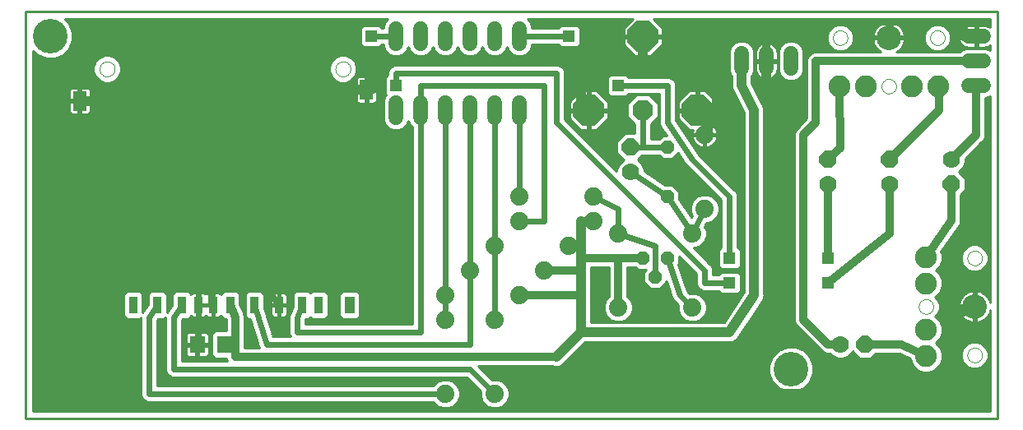
<source format=gtl>
G75*
%MOIN*%
%OFA0B0*%
%FSLAX24Y24*%
%IPPOS*%
%LPD*%
%AMOC8*
5,1,8,0,0,1.08239X$1,22.5*
%
%ADD10C,0.0100*%
%ADD11C,0.0600*%
%ADD12R,0.0354X0.0709*%
%ADD13R,0.0551X0.0787*%
%ADD14R,0.0433X0.0709*%
%ADD15C,0.0000*%
%ADD16C,0.1400*%
%ADD17C,0.0740*%
%ADD18R,0.0630X0.0709*%
%ADD19OC8,0.0700*%
%ADD20C,0.0700*%
%ADD21OC8,0.0520*%
%ADD22OC8,0.0825*%
%ADD23OC8,0.1270*%
%ADD24C,0.1000*%
%ADD25C,0.0886*%
%ADD26C,0.0240*%
%ADD27C,0.0400*%
%ADD28C,0.0320*%
%ADD29R,0.0472X0.0472*%
D10*
X000833Y004500D02*
X000833Y020996D01*
X040203Y020996D01*
X040203Y004500D01*
X000833Y004500D01*
X001133Y004800D02*
X001133Y019413D01*
X001318Y019229D01*
X001652Y019090D01*
X002014Y019090D01*
X002349Y019229D01*
X002605Y019485D01*
X002743Y019819D01*
X002743Y020181D01*
X002605Y020515D01*
X002424Y020696D01*
X015508Y020696D01*
X015401Y020589D01*
X015323Y020401D01*
X015323Y020330D01*
X015273Y020330D01*
X015157Y020446D01*
X014510Y020446D01*
X014387Y020323D01*
X014387Y019677D01*
X014510Y019554D01*
X015157Y019554D01*
X015273Y019670D01*
X015323Y019670D01*
X015323Y019599D01*
X015401Y019411D01*
X015544Y019268D01*
X015732Y019190D01*
X015935Y019190D01*
X016122Y019268D01*
X016266Y019411D01*
X016333Y019574D01*
X016401Y019411D01*
X016544Y019268D01*
X016732Y019190D01*
X016935Y019190D01*
X017122Y019268D01*
X017266Y019411D01*
X017333Y019574D01*
X017401Y019411D01*
X017544Y019268D01*
X017732Y019190D01*
X017935Y019190D01*
X018122Y019268D01*
X018266Y019411D01*
X018333Y019574D01*
X018401Y019411D01*
X018544Y019268D01*
X018732Y019190D01*
X018935Y019190D01*
X019122Y019268D01*
X019266Y019411D01*
X019333Y019574D01*
X019401Y019411D01*
X019544Y019268D01*
X019732Y019190D01*
X019935Y019190D01*
X020122Y019268D01*
X020266Y019411D01*
X020333Y019574D01*
X020401Y019411D01*
X020544Y019268D01*
X020732Y019190D01*
X020935Y019190D01*
X021122Y019268D01*
X021266Y019411D01*
X021343Y019599D01*
X021343Y019670D01*
X022394Y019670D01*
X022510Y019554D01*
X023157Y019554D01*
X023280Y019677D01*
X023280Y020323D01*
X023157Y020446D01*
X022510Y020446D01*
X022394Y020330D01*
X021343Y020330D01*
X021343Y020401D01*
X021266Y020589D01*
X021159Y020696D01*
X025419Y020696D01*
X025048Y020325D01*
X025048Y020050D01*
X025783Y020050D01*
X025783Y019950D01*
X025048Y019950D01*
X025048Y019675D01*
X025508Y019215D01*
X025783Y019215D01*
X025783Y019950D01*
X025883Y019950D01*
X025883Y019215D01*
X026158Y019215D01*
X026618Y019675D01*
X026618Y019950D01*
X025883Y019950D01*
X025883Y020050D01*
X026618Y020050D01*
X026618Y020325D01*
X026247Y020696D01*
X039903Y020696D01*
X039903Y020360D01*
X039869Y020385D01*
X039806Y020417D01*
X039739Y020439D01*
X039669Y020450D01*
X039383Y020450D01*
X039383Y020050D01*
X039283Y020050D01*
X039283Y019950D01*
X038586Y019950D01*
X038594Y019895D01*
X038616Y019827D01*
X038648Y019764D01*
X038690Y019707D01*
X038740Y019657D01*
X038797Y019615D01*
X038861Y019583D01*
X038928Y019561D01*
X038998Y019550D01*
X039283Y019550D01*
X039283Y019950D01*
X039383Y019950D01*
X039383Y019550D01*
X039669Y019550D01*
X039739Y019561D01*
X039806Y019583D01*
X039869Y019615D01*
X039903Y019640D01*
X039903Y019440D01*
X039735Y019510D01*
X038932Y019510D01*
X038744Y019432D01*
X038682Y019370D01*
X036112Y019370D01*
X036156Y019395D01*
X036223Y019447D01*
X036284Y019508D01*
X036336Y019575D01*
X036378Y019649D01*
X036411Y019728D01*
X036433Y019810D01*
X036443Y019887D01*
X035844Y019887D01*
X035844Y019987D01*
X036443Y019987D01*
X036433Y020064D01*
X036411Y020146D01*
X036378Y020225D01*
X036336Y020299D01*
X036284Y020367D01*
X036223Y020427D01*
X036156Y020479D01*
X036082Y020521D01*
X036003Y020554D01*
X035921Y020576D01*
X035844Y020586D01*
X035844Y019987D01*
X035744Y019987D01*
X035744Y020586D01*
X035667Y020576D01*
X035585Y020554D01*
X035506Y020521D01*
X035432Y020479D01*
X035364Y020427D01*
X035304Y020367D01*
X035252Y020299D01*
X035210Y020225D01*
X035177Y020146D01*
X035155Y020064D01*
X035145Y019987D01*
X035744Y019987D01*
X035744Y019887D01*
X035145Y019887D01*
X035155Y019810D01*
X035177Y019728D01*
X035210Y019649D01*
X035252Y019575D01*
X035304Y019508D01*
X035364Y019447D01*
X035432Y019395D01*
X035476Y019370D01*
X032760Y019370D01*
X032624Y019314D01*
X032520Y019210D01*
X032463Y019074D01*
X032463Y016653D01*
X032124Y016314D01*
X032124Y016314D01*
X032020Y016210D01*
X031963Y016074D01*
X031963Y008426D01*
X032020Y008290D01*
X033020Y007290D01*
X033124Y007186D01*
X033260Y007130D01*
X033411Y007130D01*
X033516Y007025D01*
X033722Y006940D01*
X033945Y006940D01*
X034151Y007025D01*
X034308Y007183D01*
X034323Y007219D01*
X034601Y006940D01*
X035065Y006940D01*
X035255Y007130D01*
X036219Y007130D01*
X036649Y006929D01*
X036649Y006902D01*
X036748Y006662D01*
X036932Y006478D01*
X037172Y006379D01*
X037432Y006379D01*
X037672Y006478D01*
X037855Y006662D01*
X037955Y006902D01*
X037955Y007161D01*
X037855Y007401D01*
X037694Y007563D01*
X037855Y007725D01*
X037955Y007965D01*
X037955Y008224D01*
X037855Y008464D01*
X037677Y008643D01*
X037764Y008730D01*
X037847Y008931D01*
X037847Y009148D01*
X037764Y009348D01*
X037677Y009436D01*
X037855Y009614D01*
X037955Y009854D01*
X037955Y010114D01*
X037855Y010354D01*
X037694Y010516D01*
X037855Y010677D01*
X037955Y010917D01*
X037955Y011177D01*
X037912Y011281D01*
X038619Y012310D01*
X038647Y012338D01*
X038660Y012370D01*
X038680Y012398D01*
X038688Y012437D01*
X038703Y012474D01*
X038703Y012508D01*
X038711Y012542D01*
X038703Y012581D01*
X038703Y013578D01*
X038893Y013768D01*
X038893Y014232D01*
X038615Y014510D01*
X038651Y014525D01*
X038808Y014683D01*
X038893Y014889D01*
X038893Y015037D01*
X039543Y015686D01*
X039647Y015790D01*
X039703Y015926D01*
X039903Y015926D01*
X039903Y015828D02*
X039662Y015828D01*
X039703Y015926D02*
X039703Y017490D01*
X039735Y017490D01*
X039903Y017560D01*
X039903Y009188D01*
X039887Y009249D01*
X039855Y009327D01*
X039903Y009327D01*
X039855Y009327D02*
X039812Y009401D01*
X039760Y009469D01*
X039700Y009529D01*
X039632Y009581D01*
X039558Y009624D01*
X039480Y009656D01*
X039397Y009678D01*
X039320Y009688D01*
X039320Y009089D01*
X039220Y009089D01*
X039220Y008989D01*
X039320Y008989D01*
X039320Y008390D01*
X039397Y008400D01*
X039480Y008423D01*
X039558Y008455D01*
X039632Y008498D01*
X039700Y008550D01*
X039760Y008610D01*
X039812Y008677D01*
X039855Y008751D01*
X039887Y008830D01*
X039903Y008891D01*
X039903Y004800D01*
X001133Y004800D01*
X001133Y004894D02*
X039903Y004894D01*
X039903Y004993D02*
X020124Y004993D01*
X020162Y005008D02*
X020325Y005171D01*
X020413Y005385D01*
X020413Y005615D01*
X020325Y005829D01*
X020162Y005992D01*
X019949Y006080D01*
X019720Y006080D01*
X019170Y006630D01*
X022155Y006630D01*
X022252Y006590D01*
X022415Y006590D01*
X022566Y006652D01*
X023503Y007590D01*
X029293Y007590D01*
X029334Y007582D01*
X029374Y007590D01*
X029415Y007590D01*
X029453Y007606D01*
X029494Y007614D01*
X029528Y007637D01*
X029566Y007652D01*
X029595Y007682D01*
X029629Y007705D01*
X029652Y007739D01*
X029681Y007768D01*
X029697Y007806D01*
X030652Y009239D01*
X030681Y009268D01*
X030697Y009306D01*
X030720Y009340D01*
X030728Y009381D01*
X030743Y009418D01*
X030743Y009460D01*
X030751Y009500D01*
X030743Y009541D01*
X030743Y016933D01*
X030748Y016948D01*
X030743Y017015D01*
X030743Y017082D01*
X030738Y017095D01*
X030737Y017110D01*
X030707Y017170D01*
X030681Y017232D01*
X030670Y017243D01*
X030243Y018097D01*
X030243Y018389D01*
X030266Y018411D01*
X030343Y018599D01*
X030343Y019401D01*
X030266Y019589D01*
X030122Y019732D01*
X029935Y019810D01*
X029732Y019810D01*
X029544Y019732D01*
X029401Y019589D01*
X029323Y019401D01*
X029323Y018599D01*
X029401Y018411D01*
X029423Y018389D01*
X029423Y018067D01*
X029419Y018052D01*
X029423Y017985D01*
X029423Y017918D01*
X029429Y017905D01*
X029430Y017890D01*
X029460Y017830D01*
X029486Y017768D01*
X029496Y017757D01*
X029923Y016903D01*
X029923Y009624D01*
X029114Y008410D01*
X023743Y008410D01*
X023743Y010630D01*
X024463Y010630D01*
X024463Y009450D01*
X024342Y009329D01*
X024253Y009115D01*
X024253Y008885D01*
X024342Y008671D01*
X024505Y008508D01*
X024718Y008420D01*
X024949Y008420D01*
X025162Y008508D01*
X025325Y008671D01*
X025413Y008885D01*
X025413Y009115D01*
X025325Y009329D01*
X025203Y009450D01*
X025203Y010630D01*
X025539Y010630D01*
X025639Y010530D01*
X025949Y010530D01*
X025863Y010445D01*
X025863Y010055D01*
X026139Y009780D01*
X026528Y009780D01*
X026801Y010053D01*
X027003Y009446D01*
X027003Y009434D01*
X027024Y009385D01*
X027041Y009333D01*
X027049Y009324D01*
X027054Y009313D01*
X027092Y009275D01*
X027127Y009234D01*
X027138Y009229D01*
X027253Y009113D01*
X027253Y008885D01*
X027342Y008671D01*
X027505Y008508D01*
X027718Y008420D01*
X027949Y008420D01*
X028162Y008508D01*
X028325Y008671D01*
X028413Y008885D01*
X028413Y009115D01*
X028325Y009329D01*
X028162Y009492D01*
X027949Y009580D01*
X027720Y009580D01*
X027622Y009678D01*
X027260Y010762D01*
X027303Y010805D01*
X027303Y011063D01*
X028003Y010363D01*
X028003Y009934D01*
X028054Y009813D01*
X028146Y009720D01*
X028268Y009670D01*
X028894Y009670D01*
X029010Y009554D01*
X029657Y009554D01*
X029780Y009677D01*
X029780Y010323D01*
X029657Y010446D01*
X029010Y010446D01*
X028894Y010330D01*
X028663Y010330D01*
X028663Y010566D01*
X028613Y010687D01*
X028520Y010780D01*
X027880Y011420D01*
X027949Y011420D01*
X028162Y011508D01*
X028325Y011671D01*
X028413Y011885D01*
X028413Y012115D01*
X028344Y012283D01*
X028412Y012420D01*
X028449Y012420D01*
X028662Y012508D01*
X028825Y012671D01*
X028913Y012885D01*
X028913Y013115D01*
X028825Y013329D01*
X028662Y013492D01*
X028449Y013580D01*
X028218Y013580D01*
X028005Y013492D01*
X027842Y013329D01*
X027753Y013115D01*
X027753Y012885D01*
X027823Y012717D01*
X027792Y012656D01*
X027303Y013390D01*
X027303Y013695D01*
X027028Y013970D01*
X026723Y013970D01*
X025893Y014523D01*
X025893Y014611D01*
X025808Y014817D01*
X025651Y014975D01*
X025615Y014990D01*
X025795Y015170D01*
X026499Y015170D01*
X026639Y015030D01*
X027028Y015030D01*
X027261Y015263D01*
X027541Y014844D01*
X027554Y014813D01*
X027577Y014790D01*
X027595Y014762D01*
X027623Y014744D01*
X029003Y013363D01*
X029003Y011439D01*
X028887Y011323D01*
X028887Y010677D01*
X029010Y010554D01*
X029657Y010554D01*
X029780Y010677D01*
X029780Y011323D01*
X029663Y011439D01*
X029663Y013566D01*
X029613Y013687D01*
X029520Y013780D01*
X028090Y015210D01*
X027163Y016600D01*
X027163Y018066D01*
X027113Y018187D01*
X027020Y018280D01*
X026899Y018330D01*
X025273Y018330D01*
X025157Y018446D01*
X024510Y018446D01*
X024387Y018323D01*
X024387Y017677D01*
X024510Y017554D01*
X025157Y017554D01*
X025273Y017670D01*
X026503Y017670D01*
X026503Y016533D01*
X026497Y016500D01*
X026503Y016468D01*
X026503Y016434D01*
X026516Y016404D01*
X026522Y016372D01*
X026541Y016344D01*
X026554Y016313D01*
X026577Y016290D01*
X026790Y015970D01*
X026639Y015970D01*
X026499Y015830D01*
X026163Y015830D01*
X026163Y016450D01*
X026456Y016742D01*
X026456Y017258D01*
X026091Y017622D01*
X025575Y017622D01*
X025211Y017258D01*
X025211Y016742D01*
X025503Y016450D01*
X025503Y016060D01*
X025101Y016060D01*
X024773Y015732D01*
X024773Y015268D01*
X025052Y014990D01*
X025016Y014975D01*
X024859Y014817D01*
X024773Y014611D01*
X024773Y014527D01*
X022663Y016637D01*
X022663Y018566D01*
X022613Y018687D01*
X022520Y018780D01*
X022399Y018830D01*
X015768Y018830D01*
X015646Y018780D01*
X015554Y018687D01*
X015503Y018566D01*
X015503Y018439D01*
X015387Y018323D01*
X015387Y017677D01*
X015438Y017626D01*
X015401Y017589D01*
X015323Y017401D01*
X015323Y016599D01*
X015401Y016411D01*
X015544Y016268D01*
X015732Y016190D01*
X015935Y016190D01*
X016122Y016268D01*
X016266Y016411D01*
X016333Y016574D01*
X016401Y016411D01*
X016503Y016309D01*
X016503Y008330D01*
X012163Y008330D01*
X012163Y008540D01*
X012164Y008542D01*
X012306Y008542D01*
X012377Y008612D01*
X012447Y008542D01*
X012975Y008542D01*
X013098Y008665D01*
X013098Y009548D01*
X012975Y009671D01*
X012447Y009671D01*
X012377Y009600D01*
X012306Y009671D01*
X011778Y009671D01*
X011655Y009548D01*
X011655Y009035D01*
X011554Y008794D01*
X011554Y008793D01*
X011529Y008733D01*
X011504Y008673D01*
X011504Y008672D01*
X011503Y008672D01*
X011503Y008607D01*
X011503Y008542D01*
X011503Y008541D01*
X011503Y007934D01*
X011547Y007830D01*
X010848Y007830D01*
X010492Y008973D01*
X010492Y009548D01*
X010369Y009671D01*
X009841Y009671D01*
X009718Y009548D01*
X009718Y008665D01*
X009841Y008542D01*
X009935Y008542D01*
X010275Y007450D01*
X010275Y007434D01*
X010294Y007388D01*
X010300Y007370D01*
X009703Y007370D01*
X009703Y008534D01*
X009704Y008536D01*
X009703Y008608D01*
X009703Y008680D01*
X009703Y008682D01*
X009703Y008683D01*
X009675Y008749D01*
X009647Y008816D01*
X009646Y008817D01*
X009508Y009141D01*
X009508Y009548D01*
X009385Y009671D01*
X008857Y009671D01*
X008734Y009548D01*
X008734Y009545D01*
X008729Y009553D01*
X008701Y009581D01*
X008667Y009600D01*
X008629Y009611D01*
X008470Y009611D01*
X008470Y009145D01*
X008393Y009145D01*
X008393Y009068D01*
X008105Y009068D01*
X007880Y009068D01*
X007880Y009145D01*
X008393Y009145D01*
X008393Y009611D01*
X008235Y009611D01*
X008197Y009600D01*
X008162Y009581D01*
X008136Y009555D01*
X008110Y009581D01*
X008076Y009600D01*
X008038Y009611D01*
X007880Y009611D01*
X007880Y009145D01*
X007803Y009145D01*
X007803Y009611D01*
X007644Y009611D01*
X007606Y009600D01*
X007572Y009581D01*
X007544Y009553D01*
X007539Y009545D01*
X007539Y009548D01*
X007416Y009671D01*
X006888Y009671D01*
X006765Y009548D01*
X006765Y009113D01*
X006574Y008814D01*
X006555Y008795D01*
X006555Y009548D01*
X006432Y009671D01*
X005904Y009671D01*
X005781Y009548D01*
X005781Y009121D01*
X005577Y008817D01*
X005571Y008811D01*
X005571Y009548D01*
X005448Y009671D01*
X004920Y009671D01*
X004797Y009548D01*
X004797Y008665D01*
X004920Y008542D01*
X005448Y008542D01*
X005499Y008594D01*
X005503Y008574D01*
X005503Y005434D01*
X005554Y005313D01*
X005646Y005220D01*
X005768Y005170D01*
X017343Y005170D01*
X017505Y005008D01*
X017718Y004920D01*
X017949Y004920D01*
X018162Y005008D01*
X018325Y005171D01*
X018413Y005385D01*
X018413Y005615D01*
X018325Y005829D01*
X018162Y005992D01*
X017949Y006080D01*
X017718Y006080D01*
X017505Y005992D01*
X017343Y005830D01*
X006163Y005830D01*
X006163Y008506D01*
X006187Y008542D01*
X006432Y008542D01*
X006499Y008608D01*
X006497Y008599D01*
X006503Y008570D01*
X006503Y006434D01*
X006554Y006313D01*
X006646Y006220D01*
X006768Y006170D01*
X018697Y006170D01*
X019253Y005613D01*
X019253Y005385D01*
X019342Y005171D01*
X019505Y005008D01*
X019718Y004920D01*
X019949Y004920D01*
X020162Y005008D01*
X020245Y005091D02*
X039903Y005091D01*
X039903Y005190D02*
X020333Y005190D01*
X020373Y005288D02*
X039903Y005288D01*
X039903Y005387D02*
X020413Y005387D01*
X020413Y005485D02*
X039903Y005485D01*
X039903Y005584D02*
X020413Y005584D01*
X020386Y005682D02*
X031430Y005682D01*
X031318Y005729D02*
X031062Y005985D01*
X030923Y006319D01*
X030923Y006681D01*
X031062Y007015D01*
X031318Y007271D01*
X031652Y007410D01*
X032014Y007410D01*
X032349Y007271D01*
X032605Y007015D01*
X032743Y006681D01*
X032743Y006319D01*
X032605Y005985D01*
X032349Y005729D01*
X032014Y005590D01*
X031652Y005590D01*
X031318Y005729D01*
X031266Y005781D02*
X020345Y005781D01*
X020275Y005879D02*
X031167Y005879D01*
X031069Y005978D02*
X020176Y005978D01*
X019958Y006076D02*
X031024Y006076D01*
X030983Y006175D02*
X019626Y006175D01*
X019527Y006273D02*
X030942Y006273D01*
X030923Y006372D02*
X019429Y006372D01*
X019330Y006470D02*
X030923Y006470D01*
X030923Y006569D02*
X019232Y006569D01*
X018791Y006076D02*
X017958Y006076D01*
X018176Y005978D02*
X018889Y005978D01*
X018988Y005879D02*
X018275Y005879D01*
X018345Y005781D02*
X019086Y005781D01*
X019185Y005682D02*
X018386Y005682D01*
X018413Y005584D02*
X019253Y005584D01*
X019253Y005485D02*
X018413Y005485D01*
X018413Y005387D02*
X019253Y005387D01*
X019293Y005288D02*
X018373Y005288D01*
X018333Y005190D02*
X019334Y005190D01*
X019422Y005091D02*
X018245Y005091D01*
X018124Y004993D02*
X019543Y004993D01*
X017708Y006076D02*
X006163Y006076D01*
X006163Y005978D02*
X017491Y005978D01*
X017392Y005879D02*
X006163Y005879D01*
X006163Y006175D02*
X006757Y006175D01*
X006594Y006273D02*
X006163Y006273D01*
X006163Y006372D02*
X006529Y006372D01*
X006503Y006470D02*
X006163Y006470D01*
X006163Y006569D02*
X006503Y006569D01*
X006503Y006667D02*
X006163Y006667D01*
X006163Y006766D02*
X006503Y006766D01*
X006503Y006864D02*
X006163Y006864D01*
X006163Y006963D02*
X006503Y006963D01*
X006503Y007061D02*
X006163Y007061D01*
X006163Y007160D02*
X006503Y007160D01*
X006503Y007258D02*
X006163Y007258D01*
X006163Y007357D02*
X006503Y007357D01*
X006503Y007455D02*
X006163Y007455D01*
X006163Y007554D02*
X006503Y007554D01*
X006503Y007652D02*
X006163Y007652D01*
X006163Y007751D02*
X006503Y007751D01*
X006503Y007849D02*
X006163Y007849D01*
X006163Y007948D02*
X006503Y007948D01*
X006503Y008046D02*
X006163Y008046D01*
X006163Y008145D02*
X006503Y008145D01*
X006503Y008243D02*
X006163Y008243D01*
X006163Y008342D02*
X006503Y008342D01*
X006503Y008440D02*
X006163Y008440D01*
X006185Y008539D02*
X006503Y008539D01*
X006555Y008834D02*
X006587Y008834D01*
X006555Y008933D02*
X006650Y008933D01*
X006713Y009031D02*
X006555Y009031D01*
X006555Y009130D02*
X006765Y009130D01*
X006765Y009228D02*
X006555Y009228D01*
X006555Y009327D02*
X006765Y009327D01*
X006765Y009425D02*
X006555Y009425D01*
X006555Y009524D02*
X006765Y009524D01*
X006839Y009622D02*
X006481Y009622D01*
X005855Y009622D02*
X005496Y009622D01*
X005571Y009524D02*
X005781Y009524D01*
X005781Y009425D02*
X005571Y009425D01*
X005571Y009327D02*
X005781Y009327D01*
X005781Y009228D02*
X005571Y009228D01*
X005571Y009130D02*
X005781Y009130D01*
X005720Y009031D02*
X005571Y009031D01*
X005571Y008933D02*
X005655Y008933D01*
X005589Y008834D02*
X005571Y008834D01*
X005503Y008539D02*
X001133Y008539D01*
X001133Y008637D02*
X004825Y008637D01*
X004797Y008736D02*
X001133Y008736D01*
X001133Y008834D02*
X004797Y008834D01*
X004797Y008933D02*
X001133Y008933D01*
X001133Y009031D02*
X004797Y009031D01*
X004797Y009130D02*
X001133Y009130D01*
X001133Y009228D02*
X004797Y009228D01*
X004797Y009327D02*
X001133Y009327D01*
X001133Y009425D02*
X004797Y009425D01*
X004797Y009524D02*
X001133Y009524D01*
X001133Y009622D02*
X004871Y009622D01*
X005503Y008440D02*
X001133Y008440D01*
X001133Y008342D02*
X005503Y008342D01*
X005503Y008243D02*
X001133Y008243D01*
X001133Y008145D02*
X005503Y008145D01*
X005503Y008046D02*
X001133Y008046D01*
X001133Y007948D02*
X005503Y007948D01*
X005503Y007849D02*
X001133Y007849D01*
X001133Y007751D02*
X005503Y007751D01*
X005503Y007652D02*
X001133Y007652D01*
X001133Y007554D02*
X005503Y007554D01*
X005503Y007455D02*
X001133Y007455D01*
X001133Y007357D02*
X005503Y007357D01*
X005503Y007258D02*
X001133Y007258D01*
X001133Y007160D02*
X005503Y007160D01*
X005503Y007061D02*
X001133Y007061D01*
X001133Y006963D02*
X005503Y006963D01*
X005503Y006864D02*
X001133Y006864D01*
X001133Y006766D02*
X005503Y006766D01*
X005503Y006667D02*
X001133Y006667D01*
X001133Y006569D02*
X005503Y006569D01*
X005503Y006470D02*
X001133Y006470D01*
X001133Y006372D02*
X005503Y006372D01*
X005503Y006273D02*
X001133Y006273D01*
X001133Y006175D02*
X005503Y006175D01*
X005503Y006076D02*
X001133Y006076D01*
X001133Y005978D02*
X005503Y005978D01*
X005503Y005879D02*
X001133Y005879D01*
X001133Y005781D02*
X005503Y005781D01*
X005503Y005682D02*
X001133Y005682D01*
X001133Y005584D02*
X005503Y005584D01*
X005503Y005485D02*
X001133Y005485D01*
X001133Y005387D02*
X005523Y005387D01*
X005579Y005288D02*
X001133Y005288D01*
X001133Y005190D02*
X005721Y005190D01*
X007163Y006830D02*
X007163Y008510D01*
X007184Y008542D01*
X007416Y008542D01*
X007539Y008665D01*
X007539Y008668D01*
X007544Y008660D01*
X007572Y008632D01*
X007606Y008612D01*
X007644Y008602D01*
X007803Y008602D01*
X007803Y009068D01*
X007880Y009068D01*
X007880Y008602D01*
X008038Y008602D01*
X008076Y008612D01*
X008110Y008632D01*
X008136Y008658D01*
X008162Y008632D01*
X008197Y008612D01*
X008235Y008602D01*
X008393Y008602D01*
X008393Y009068D01*
X008470Y009068D01*
X008470Y008602D01*
X008629Y008602D01*
X008667Y008612D01*
X008701Y008632D01*
X008729Y008660D01*
X008734Y008668D01*
X008734Y008665D01*
X008857Y008542D01*
X008959Y008542D01*
X008963Y008531D01*
X008963Y008064D01*
X008483Y008064D01*
X008360Y007941D01*
X008360Y007059D01*
X008483Y006936D01*
X008963Y006936D01*
X008963Y006926D01*
X009003Y006830D01*
X007163Y006830D01*
X007163Y006864D02*
X008989Y006864D01*
X008456Y006963D02*
X007163Y006963D01*
X007163Y007061D02*
X007343Y007061D01*
X007347Y007054D02*
X007375Y007026D01*
X007409Y007006D01*
X007447Y006996D01*
X007732Y006996D01*
X007732Y007450D01*
X007317Y007450D01*
X007317Y007126D01*
X007327Y007088D01*
X007347Y007054D01*
X007317Y007160D02*
X007163Y007160D01*
X007163Y007258D02*
X007317Y007258D01*
X007317Y007357D02*
X007163Y007357D01*
X007163Y007455D02*
X007732Y007455D01*
X007732Y007450D02*
X007732Y007550D01*
X007317Y007550D01*
X007317Y007874D01*
X007327Y007912D01*
X007347Y007946D01*
X007375Y007974D01*
X007409Y007994D01*
X007447Y008004D01*
X007732Y008004D01*
X007732Y007550D01*
X007832Y007550D01*
X007832Y008004D01*
X008117Y008004D01*
X008155Y007994D01*
X008189Y007974D01*
X008217Y007946D01*
X008237Y007912D01*
X008247Y007874D01*
X008247Y007550D01*
X007832Y007550D01*
X007832Y007450D01*
X007832Y006996D01*
X008117Y006996D01*
X008155Y007006D01*
X008189Y007026D01*
X008217Y007054D01*
X008237Y007088D01*
X008247Y007126D01*
X008247Y007450D01*
X007832Y007450D01*
X007732Y007450D01*
X007732Y007357D02*
X007832Y007357D01*
X007832Y007455D02*
X008360Y007455D01*
X008360Y007357D02*
X008247Y007357D01*
X008247Y007258D02*
X008360Y007258D01*
X008360Y007160D02*
X008247Y007160D01*
X008221Y007061D02*
X008360Y007061D01*
X007832Y007061D02*
X007732Y007061D01*
X007732Y007160D02*
X007832Y007160D01*
X007832Y007258D02*
X007732Y007258D01*
X007732Y007554D02*
X007832Y007554D01*
X007832Y007652D02*
X007732Y007652D01*
X007732Y007751D02*
X007832Y007751D01*
X007832Y007849D02*
X007732Y007849D01*
X007732Y007948D02*
X007832Y007948D01*
X008216Y007948D02*
X008366Y007948D01*
X008360Y007849D02*
X008247Y007849D01*
X008247Y007751D02*
X008360Y007751D01*
X008360Y007652D02*
X008247Y007652D01*
X008247Y007554D02*
X008360Y007554D01*
X007317Y007554D02*
X007163Y007554D01*
X007163Y007652D02*
X007317Y007652D01*
X007317Y007751D02*
X007163Y007751D01*
X007163Y007849D02*
X007317Y007849D01*
X007348Y007948D02*
X007163Y007948D01*
X007163Y008046D02*
X008464Y008046D01*
X008963Y008145D02*
X007163Y008145D01*
X007163Y008243D02*
X008963Y008243D01*
X008963Y008342D02*
X007163Y008342D01*
X007163Y008440D02*
X008963Y008440D01*
X008960Y008539D02*
X007182Y008539D01*
X007511Y008637D02*
X007567Y008637D01*
X007803Y008637D02*
X007880Y008637D01*
X007880Y008736D02*
X007803Y008736D01*
X007803Y008834D02*
X007880Y008834D01*
X007880Y008933D02*
X007803Y008933D01*
X007803Y009031D02*
X007880Y009031D01*
X007880Y009130D02*
X008393Y009130D01*
X008393Y009228D02*
X008470Y009228D01*
X008470Y009327D02*
X008393Y009327D01*
X008393Y009425D02*
X008470Y009425D01*
X008470Y009524D02*
X008393Y009524D01*
X008808Y009622D02*
X007465Y009622D01*
X007803Y009524D02*
X007880Y009524D01*
X007880Y009425D02*
X007803Y009425D01*
X007803Y009327D02*
X007880Y009327D01*
X007880Y009228D02*
X007803Y009228D01*
X008393Y009031D02*
X008470Y009031D01*
X008470Y008933D02*
X008393Y008933D01*
X008393Y008834D02*
X008470Y008834D01*
X008470Y008736D02*
X008393Y008736D01*
X008393Y008637D02*
X008470Y008637D01*
X008706Y008637D02*
X008762Y008637D01*
X008157Y008637D02*
X008116Y008637D01*
X009513Y009130D02*
X009718Y009130D01*
X009718Y009228D02*
X009508Y009228D01*
X009508Y009327D02*
X009718Y009327D01*
X009718Y009425D02*
X009508Y009425D01*
X009508Y009524D02*
X009718Y009524D01*
X009792Y009622D02*
X009434Y009622D01*
X009555Y009031D02*
X009718Y009031D01*
X009718Y008933D02*
X009597Y008933D01*
X009639Y008834D02*
X009718Y008834D01*
X009718Y008736D02*
X009680Y008736D01*
X009703Y008637D02*
X009746Y008637D01*
X009704Y008539D02*
X009936Y008539D01*
X009967Y008440D02*
X009703Y008440D01*
X009703Y008342D02*
X009997Y008342D01*
X010028Y008243D02*
X009703Y008243D01*
X009703Y008145D02*
X010059Y008145D01*
X010089Y008046D02*
X009703Y008046D01*
X009703Y007948D02*
X010120Y007948D01*
X010151Y007849D02*
X009703Y007849D01*
X009703Y007751D02*
X010181Y007751D01*
X010212Y007652D02*
X009703Y007652D01*
X009703Y007554D02*
X010243Y007554D01*
X010273Y007455D02*
X009703Y007455D01*
X010842Y007849D02*
X011539Y007849D01*
X011503Y007948D02*
X010811Y007948D01*
X010781Y008046D02*
X011503Y008046D01*
X011503Y008145D02*
X010750Y008145D01*
X010719Y008243D02*
X011503Y008243D01*
X011503Y008342D02*
X010689Y008342D01*
X010658Y008440D02*
X011503Y008440D01*
X011503Y008539D02*
X010627Y008539D01*
X010597Y008637D02*
X010815Y008637D01*
X010820Y008632D02*
X010854Y008612D01*
X010892Y008602D01*
X011051Y008602D01*
X011051Y009068D01*
X011128Y009068D01*
X011128Y009145D01*
X011416Y009145D01*
X011416Y009480D01*
X011406Y009519D01*
X011386Y009553D01*
X011359Y009581D01*
X011324Y009600D01*
X011286Y009611D01*
X011128Y009611D01*
X011128Y009145D01*
X011051Y009145D01*
X011051Y009611D01*
X010892Y009611D01*
X010854Y009600D01*
X010820Y009581D01*
X010792Y009553D01*
X010772Y009519D01*
X010762Y009480D01*
X010762Y009145D01*
X011051Y009145D01*
X011051Y009068D01*
X010762Y009068D01*
X010762Y008732D01*
X010772Y008694D01*
X010792Y008660D01*
X010820Y008632D01*
X010762Y008736D02*
X010566Y008736D01*
X010535Y008834D02*
X010762Y008834D01*
X010762Y008933D02*
X010505Y008933D01*
X010492Y009031D02*
X010762Y009031D01*
X010762Y009228D02*
X010492Y009228D01*
X010492Y009130D02*
X011051Y009130D01*
X011128Y009130D02*
X011655Y009130D01*
X011655Y009228D02*
X011416Y009228D01*
X011416Y009327D02*
X011655Y009327D01*
X011655Y009425D02*
X011416Y009425D01*
X011403Y009524D02*
X011655Y009524D01*
X011729Y009622D02*
X010418Y009622D01*
X010492Y009524D02*
X010775Y009524D01*
X010762Y009425D02*
X010492Y009425D01*
X010492Y009327D02*
X010762Y009327D01*
X011051Y009327D02*
X011128Y009327D01*
X011128Y009425D02*
X011051Y009425D01*
X011051Y009524D02*
X011128Y009524D01*
X011128Y009228D02*
X011051Y009228D01*
X011128Y009068D02*
X011416Y009068D01*
X011416Y008732D01*
X011406Y008694D01*
X011386Y008660D01*
X011359Y008632D01*
X011324Y008612D01*
X011286Y008602D01*
X011128Y008602D01*
X011128Y009068D01*
X011128Y009031D02*
X011051Y009031D01*
X011051Y008933D02*
X011128Y008933D01*
X011128Y008834D02*
X011051Y008834D01*
X011051Y008736D02*
X011128Y008736D01*
X011128Y008637D02*
X011051Y008637D01*
X011364Y008637D02*
X011503Y008637D01*
X011530Y008736D02*
X011416Y008736D01*
X011416Y008834D02*
X011571Y008834D01*
X011612Y008933D02*
X011416Y008933D01*
X011416Y009031D02*
X011653Y009031D01*
X012163Y008539D02*
X016503Y008539D01*
X016503Y008637D02*
X014350Y008637D01*
X014378Y008665D02*
X014378Y009548D01*
X014255Y009671D01*
X013648Y009671D01*
X013525Y009548D01*
X013525Y008665D01*
X013648Y008542D01*
X014255Y008542D01*
X014378Y008665D01*
X014378Y008736D02*
X016503Y008736D01*
X016503Y008834D02*
X014378Y008834D01*
X014378Y008933D02*
X016503Y008933D01*
X016503Y009031D02*
X014378Y009031D01*
X014378Y009130D02*
X016503Y009130D01*
X016503Y009228D02*
X014378Y009228D01*
X014378Y009327D02*
X016503Y009327D01*
X016503Y009425D02*
X014378Y009425D01*
X014378Y009524D02*
X016503Y009524D01*
X016503Y009622D02*
X014304Y009622D01*
X013599Y009622D02*
X013024Y009622D01*
X013098Y009524D02*
X013525Y009524D01*
X013525Y009425D02*
X013098Y009425D01*
X013098Y009327D02*
X013525Y009327D01*
X013525Y009228D02*
X013098Y009228D01*
X013098Y009130D02*
X013525Y009130D01*
X013525Y009031D02*
X013098Y009031D01*
X013098Y008933D02*
X013525Y008933D01*
X013525Y008834D02*
X013098Y008834D01*
X013098Y008736D02*
X013525Y008736D01*
X013553Y008637D02*
X013070Y008637D01*
X012163Y008440D02*
X016503Y008440D01*
X016503Y008342D02*
X012163Y008342D01*
X012355Y009622D02*
X012399Y009622D01*
X016503Y009721D02*
X001133Y009721D01*
X001133Y009819D02*
X016503Y009819D01*
X016503Y009918D02*
X001133Y009918D01*
X001133Y010016D02*
X016503Y010016D01*
X016503Y010115D02*
X001133Y010115D01*
X001133Y010213D02*
X016503Y010213D01*
X016503Y010312D02*
X001133Y010312D01*
X001133Y010410D02*
X016503Y010410D01*
X016503Y010509D02*
X001133Y010509D01*
X001133Y010607D02*
X016503Y010607D01*
X016503Y010706D02*
X001133Y010706D01*
X001133Y010804D02*
X016503Y010804D01*
X016503Y010903D02*
X001133Y010903D01*
X001133Y011001D02*
X016503Y011001D01*
X016503Y011100D02*
X001133Y011100D01*
X001133Y011198D02*
X016503Y011198D01*
X016503Y011297D02*
X001133Y011297D01*
X001133Y011395D02*
X016503Y011395D01*
X016503Y011494D02*
X001133Y011494D01*
X001133Y011592D02*
X016503Y011592D01*
X016503Y011691D02*
X001133Y011691D01*
X001133Y011789D02*
X016503Y011789D01*
X016503Y011888D02*
X001133Y011888D01*
X001133Y011986D02*
X016503Y011986D01*
X016503Y012085D02*
X001133Y012085D01*
X001133Y012183D02*
X016503Y012183D01*
X016503Y012282D02*
X001133Y012282D01*
X001133Y012380D02*
X016503Y012380D01*
X016503Y012479D02*
X001133Y012479D01*
X001133Y012577D02*
X016503Y012577D01*
X016503Y012676D02*
X001133Y012676D01*
X001133Y012774D02*
X016503Y012774D01*
X016503Y012873D02*
X001133Y012873D01*
X001133Y012971D02*
X016503Y012971D01*
X016503Y013070D02*
X001133Y013070D01*
X001133Y013168D02*
X016503Y013168D01*
X016503Y013267D02*
X001133Y013267D01*
X001133Y013365D02*
X016503Y013365D01*
X016503Y013464D02*
X001133Y013464D01*
X001133Y013562D02*
X016503Y013562D01*
X016503Y013661D02*
X001133Y013661D01*
X001133Y013759D02*
X016503Y013759D01*
X016503Y013858D02*
X001133Y013858D01*
X001133Y013956D02*
X016503Y013956D01*
X016503Y014055D02*
X001133Y014055D01*
X001133Y014153D02*
X016503Y014153D01*
X016503Y014252D02*
X001133Y014252D01*
X001133Y014350D02*
X016503Y014350D01*
X016503Y014449D02*
X001133Y014449D01*
X001133Y014547D02*
X016503Y014547D01*
X016503Y014646D02*
X001133Y014646D01*
X001133Y014744D02*
X016503Y014744D01*
X016503Y014843D02*
X001133Y014843D01*
X001133Y014941D02*
X016503Y014941D01*
X016503Y015040D02*
X001133Y015040D01*
X001133Y015138D02*
X016503Y015138D01*
X016503Y015237D02*
X001133Y015237D01*
X001133Y015335D02*
X016503Y015335D01*
X016503Y015434D02*
X001133Y015434D01*
X001133Y015532D02*
X016503Y015532D01*
X016503Y015631D02*
X001133Y015631D01*
X001133Y015729D02*
X016503Y015729D01*
X016503Y015828D02*
X001133Y015828D01*
X001133Y015926D02*
X016503Y015926D01*
X016503Y016025D02*
X001133Y016025D01*
X001133Y016123D02*
X016503Y016123D01*
X016503Y016222D02*
X016011Y016222D01*
X016175Y016320D02*
X016492Y016320D01*
X016398Y016419D02*
X016269Y016419D01*
X016310Y016517D02*
X016357Y016517D01*
X015656Y016222D02*
X001133Y016222D01*
X001133Y016320D02*
X015492Y016320D01*
X015398Y016419D02*
X001133Y016419D01*
X001133Y016517D02*
X015357Y016517D01*
X015323Y016616D02*
X001133Y016616D01*
X001133Y016714D02*
X015323Y016714D01*
X015323Y016813D02*
X001133Y016813D01*
X001133Y016911D02*
X002617Y016911D01*
X002611Y016922D02*
X002631Y016888D01*
X002659Y016860D01*
X002693Y016841D01*
X002731Y016830D01*
X002976Y016830D01*
X002976Y017324D01*
X002601Y017324D01*
X002601Y016961D01*
X002611Y016922D01*
X002601Y017010D02*
X001133Y017010D01*
X001133Y017108D02*
X002601Y017108D01*
X002601Y017207D02*
X001133Y017207D01*
X001133Y017305D02*
X002601Y017305D01*
X002601Y017424D02*
X002601Y017787D01*
X002611Y017826D01*
X002631Y017860D01*
X002659Y017888D01*
X002693Y017907D01*
X002731Y017918D01*
X002976Y017918D01*
X002976Y017424D01*
X002976Y017324D01*
X003076Y017324D01*
X003076Y016830D01*
X003322Y016830D01*
X003360Y016841D01*
X003394Y016860D01*
X003422Y016888D01*
X003442Y016922D01*
X003452Y016961D01*
X003452Y017324D01*
X003076Y017324D01*
X003076Y017424D01*
X002976Y017424D01*
X002601Y017424D01*
X002601Y017502D02*
X001133Y017502D01*
X001133Y017404D02*
X002976Y017404D01*
X002976Y017502D02*
X003076Y017502D01*
X003076Y017424D02*
X003076Y017918D01*
X003322Y017918D01*
X003360Y017907D01*
X003394Y017888D01*
X003422Y017860D01*
X003442Y017826D01*
X003452Y017787D01*
X003452Y017424D01*
X003076Y017424D01*
X003076Y017404D02*
X014217Y017404D01*
X014215Y017413D02*
X014225Y017375D01*
X014245Y017341D01*
X014273Y017313D01*
X014307Y017293D01*
X014345Y017283D01*
X014590Y017283D01*
X014590Y017777D01*
X014215Y017777D01*
X014215Y017413D01*
X014215Y017502D02*
X003452Y017502D01*
X003452Y017601D02*
X014215Y017601D01*
X014215Y017699D02*
X003452Y017699D01*
X003449Y017798D02*
X014590Y017798D01*
X014590Y017777D02*
X014590Y017877D01*
X014215Y017877D01*
X014215Y018240D01*
X014225Y018278D01*
X014245Y018313D01*
X014273Y018341D01*
X014307Y018360D01*
X014345Y018370D01*
X014590Y018370D01*
X014590Y017877D01*
X014690Y017877D01*
X014690Y018370D01*
X014936Y018370D01*
X014974Y018360D01*
X015008Y018341D01*
X015036Y018313D01*
X015056Y018278D01*
X015066Y018240D01*
X015066Y017877D01*
X014690Y017877D01*
X014690Y017777D01*
X014690Y017283D01*
X014936Y017283D01*
X014974Y017293D01*
X015008Y017313D01*
X015036Y017341D01*
X015056Y017375D01*
X015066Y017413D01*
X015066Y017777D01*
X014690Y017777D01*
X014590Y017777D01*
X014590Y017699D02*
X014690Y017699D01*
X014690Y017601D02*
X014590Y017601D01*
X014590Y017502D02*
X014690Y017502D01*
X014690Y017404D02*
X014590Y017404D01*
X014590Y017305D02*
X014690Y017305D01*
X014994Y017305D02*
X015323Y017305D01*
X015323Y017207D02*
X003452Y017207D01*
X003452Y017305D02*
X014287Y017305D01*
X014215Y017896D02*
X003380Y017896D01*
X003076Y017896D02*
X002976Y017896D01*
X002976Y017798D02*
X003076Y017798D01*
X003076Y017699D02*
X002976Y017699D01*
X002976Y017601D02*
X003076Y017601D01*
X003076Y017305D02*
X002976Y017305D01*
X002976Y017207D02*
X003076Y017207D01*
X003076Y017108D02*
X002976Y017108D01*
X002976Y017010D02*
X003076Y017010D01*
X003076Y016911D02*
X002976Y016911D01*
X003435Y016911D02*
X015323Y016911D01*
X015323Y017010D02*
X003452Y017010D01*
X003452Y017108D02*
X015323Y017108D01*
X015324Y017404D02*
X015063Y017404D01*
X015066Y017502D02*
X015365Y017502D01*
X015413Y017601D02*
X015066Y017601D01*
X015066Y017699D02*
X015387Y017699D01*
X015387Y017798D02*
X014690Y017798D01*
X014690Y017896D02*
X014590Y017896D01*
X014590Y017995D02*
X014690Y017995D01*
X014690Y018093D02*
X014590Y018093D01*
X014590Y018192D02*
X014690Y018192D01*
X014690Y018290D02*
X014590Y018290D01*
X014232Y018290D02*
X014086Y018290D01*
X014154Y018359D02*
X014239Y018563D01*
X014239Y018784D01*
X014154Y018988D01*
X013998Y019144D01*
X013794Y019228D01*
X013573Y019228D01*
X013369Y019144D01*
X013213Y018988D01*
X013129Y018784D01*
X013129Y018563D01*
X013213Y018359D01*
X013369Y018203D01*
X013573Y018118D01*
X013794Y018118D01*
X013998Y018203D01*
X014154Y018359D01*
X014167Y018389D02*
X015452Y018389D01*
X015503Y018487D02*
X014207Y018487D01*
X014239Y018586D02*
X015512Y018586D01*
X015552Y018684D02*
X014239Y018684D01*
X014239Y018783D02*
X015653Y018783D01*
X015537Y019275D02*
X002395Y019275D01*
X002494Y019374D02*
X015439Y019374D01*
X015376Y019472D02*
X002592Y019472D01*
X002640Y019571D02*
X014493Y019571D01*
X014395Y019669D02*
X002681Y019669D01*
X002722Y019768D02*
X014387Y019768D01*
X014387Y019866D02*
X002743Y019866D01*
X002743Y019965D02*
X014387Y019965D01*
X014387Y020063D02*
X002743Y020063D01*
X002743Y020162D02*
X014387Y020162D01*
X014387Y020260D02*
X002711Y020260D01*
X002670Y020359D02*
X014422Y020359D01*
X015244Y020359D02*
X015323Y020359D01*
X015346Y020457D02*
X002629Y020457D01*
X002565Y020556D02*
X015387Y020556D01*
X015466Y020654D02*
X002466Y020654D01*
X002223Y019177D02*
X003897Y019177D01*
X003818Y019144D02*
X004022Y019228D01*
X004243Y019228D01*
X004447Y019144D01*
X004603Y018988D01*
X004688Y018784D01*
X004688Y018563D01*
X004603Y018359D01*
X004447Y018203D01*
X004243Y018118D01*
X004022Y018118D01*
X003818Y018203D01*
X003662Y018359D01*
X003577Y018563D01*
X003577Y018784D01*
X003662Y018988D01*
X003818Y019144D01*
X003752Y019078D02*
X001133Y019078D01*
X001133Y018980D02*
X003659Y018980D01*
X003618Y018881D02*
X001133Y018881D01*
X001133Y018783D02*
X003577Y018783D01*
X003577Y018684D02*
X001133Y018684D01*
X001133Y018586D02*
X003577Y018586D01*
X003609Y018487D02*
X001133Y018487D01*
X001133Y018389D02*
X003650Y018389D01*
X003731Y018290D02*
X001133Y018290D01*
X001133Y018192D02*
X003845Y018192D01*
X004420Y018192D02*
X013396Y018192D01*
X013282Y018290D02*
X004534Y018290D01*
X004615Y018389D02*
X013201Y018389D01*
X013160Y018487D02*
X004656Y018487D01*
X004688Y018586D02*
X013129Y018586D01*
X013129Y018684D02*
X004688Y018684D01*
X004688Y018783D02*
X013129Y018783D01*
X013169Y018881D02*
X004647Y018881D01*
X004607Y018980D02*
X013210Y018980D01*
X013303Y019078D02*
X004513Y019078D01*
X004368Y019177D02*
X013448Y019177D01*
X013919Y019177D02*
X029323Y019177D01*
X029323Y019275D02*
X026219Y019275D01*
X026317Y019374D02*
X029323Y019374D01*
X029353Y019472D02*
X026416Y019472D01*
X026514Y019571D02*
X029393Y019571D01*
X029481Y019669D02*
X026613Y019669D01*
X026618Y019768D02*
X029629Y019768D01*
X030037Y019768D02*
X031629Y019768D01*
X031544Y019732D02*
X031401Y019589D01*
X031323Y019401D01*
X031323Y018599D01*
X031401Y018411D01*
X031544Y018268D01*
X031732Y018190D01*
X031935Y018190D01*
X032122Y018268D01*
X032266Y018411D01*
X032343Y018599D01*
X032343Y019401D01*
X032266Y019589D01*
X032122Y019732D01*
X031935Y019810D01*
X031732Y019810D01*
X031544Y019732D01*
X031481Y019669D02*
X031091Y019669D01*
X031069Y019685D02*
X031006Y019717D01*
X030939Y019739D01*
X030883Y019748D01*
X030883Y019050D01*
X030783Y019050D01*
X030783Y018950D01*
X030383Y018950D01*
X030383Y018665D01*
X030394Y018595D01*
X030416Y018527D01*
X030448Y018464D01*
X030490Y018407D01*
X030540Y018357D01*
X030597Y018315D01*
X030661Y018283D01*
X030728Y018261D01*
X030783Y018252D01*
X030783Y018950D01*
X030883Y018950D01*
X030883Y018252D01*
X030939Y018261D01*
X031006Y018283D01*
X031069Y018315D01*
X031126Y018357D01*
X031177Y018407D01*
X031218Y018464D01*
X031250Y018527D01*
X031272Y018595D01*
X031283Y018665D01*
X031283Y018950D01*
X030883Y018950D01*
X030883Y019050D01*
X031283Y019050D01*
X031283Y019335D01*
X031272Y019405D01*
X031250Y019473D01*
X031218Y019536D01*
X031177Y019593D01*
X031126Y019643D01*
X031069Y019685D01*
X031193Y019571D02*
X031393Y019571D01*
X031353Y019472D02*
X031251Y019472D01*
X031277Y019374D02*
X031323Y019374D01*
X031323Y019275D02*
X031283Y019275D01*
X031283Y019177D02*
X031323Y019177D01*
X031323Y019078D02*
X031283Y019078D01*
X031323Y018980D02*
X030883Y018980D01*
X030883Y019078D02*
X030783Y019078D01*
X030783Y019050D02*
X030783Y019748D01*
X030728Y019739D01*
X030661Y019717D01*
X030597Y019685D01*
X030540Y019643D01*
X030490Y019593D01*
X030448Y019536D01*
X030416Y019473D01*
X030394Y019405D01*
X030383Y019335D01*
X030383Y019050D01*
X030783Y019050D01*
X030783Y018980D02*
X030343Y018980D01*
X030343Y019078D02*
X030383Y019078D01*
X030383Y019177D02*
X030343Y019177D01*
X030343Y019275D02*
X030383Y019275D01*
X030389Y019374D02*
X030343Y019374D01*
X030314Y019472D02*
X030416Y019472D01*
X030474Y019571D02*
X030273Y019571D01*
X030186Y019669D02*
X030576Y019669D01*
X030783Y019669D02*
X030883Y019669D01*
X030883Y019571D02*
X030783Y019571D01*
X030783Y019472D02*
X030883Y019472D01*
X030883Y019374D02*
X030783Y019374D01*
X030783Y019275D02*
X030883Y019275D01*
X030883Y019177D02*
X030783Y019177D01*
X030783Y018881D02*
X030883Y018881D01*
X030883Y018783D02*
X030783Y018783D01*
X030783Y018684D02*
X030883Y018684D01*
X030883Y018586D02*
X030783Y018586D01*
X030783Y018487D02*
X030883Y018487D01*
X030883Y018389D02*
X030783Y018389D01*
X030783Y018290D02*
X030883Y018290D01*
X031020Y018290D02*
X031522Y018290D01*
X031424Y018389D02*
X031158Y018389D01*
X031230Y018487D02*
X031370Y018487D01*
X031329Y018586D02*
X031269Y018586D01*
X031283Y018684D02*
X031323Y018684D01*
X031323Y018783D02*
X031283Y018783D01*
X031283Y018881D02*
X031323Y018881D01*
X030647Y018290D02*
X030243Y018290D01*
X030243Y018192D02*
X031728Y018192D01*
X031938Y018192D02*
X032463Y018192D01*
X032463Y018290D02*
X032145Y018290D01*
X032243Y018389D02*
X032463Y018389D01*
X032463Y018487D02*
X032297Y018487D01*
X032338Y018586D02*
X032463Y018586D01*
X032463Y018684D02*
X032343Y018684D01*
X032343Y018783D02*
X032463Y018783D01*
X032463Y018881D02*
X032343Y018881D01*
X032343Y018980D02*
X032463Y018980D01*
X032465Y019078D02*
X032343Y019078D01*
X032343Y019177D02*
X032506Y019177D01*
X032585Y019275D02*
X032343Y019275D01*
X032343Y019374D02*
X035470Y019374D01*
X035340Y019472D02*
X034128Y019472D01*
X034134Y019475D02*
X034288Y019628D01*
X034371Y019829D01*
X034371Y020045D01*
X034288Y020246D01*
X034134Y020399D01*
X033934Y020482D01*
X033717Y020482D01*
X033517Y020399D01*
X033363Y020246D01*
X033280Y020045D01*
X033280Y019829D01*
X033363Y019628D01*
X033517Y019475D01*
X033717Y019392D01*
X033934Y019392D01*
X034134Y019475D01*
X034230Y019571D02*
X035256Y019571D01*
X035201Y019669D02*
X034305Y019669D01*
X034345Y019768D02*
X035166Y019768D01*
X035148Y019866D02*
X034371Y019866D01*
X034371Y019965D02*
X035744Y019965D01*
X035744Y020063D02*
X035844Y020063D01*
X035844Y019965D02*
X037217Y019965D01*
X037217Y020045D02*
X037217Y019829D01*
X037300Y019628D01*
X037454Y019475D01*
X037654Y019392D01*
X037871Y019392D01*
X038071Y019475D01*
X038225Y019628D01*
X038308Y019829D01*
X038308Y020045D01*
X038225Y020246D01*
X038071Y020399D01*
X037871Y020482D01*
X037654Y020482D01*
X037454Y020399D01*
X037300Y020246D01*
X037217Y020045D01*
X037224Y020063D02*
X036433Y020063D01*
X036405Y020162D02*
X037265Y020162D01*
X037314Y020260D02*
X036358Y020260D01*
X036290Y020359D02*
X037413Y020359D01*
X037593Y020457D02*
X036184Y020457D01*
X035997Y020556D02*
X039903Y020556D01*
X039903Y020654D02*
X026289Y020654D01*
X026388Y020556D02*
X035591Y020556D01*
X035744Y020556D02*
X035844Y020556D01*
X035833Y020500D02*
X038833Y020500D01*
X038861Y020417D02*
X038797Y020385D01*
X038740Y020343D01*
X038690Y020293D01*
X038648Y020236D01*
X038616Y020173D01*
X038594Y020105D01*
X038586Y020050D01*
X039283Y020050D01*
X039283Y020450D01*
X038998Y020450D01*
X038928Y020439D01*
X038861Y020417D01*
X038761Y020359D02*
X038112Y020359D01*
X038211Y020260D02*
X038666Y020260D01*
X038613Y020162D02*
X038260Y020162D01*
X038300Y020063D02*
X038588Y020063D01*
X038604Y019866D02*
X038308Y019866D01*
X038308Y019965D02*
X039283Y019965D01*
X039283Y020063D02*
X039383Y020063D01*
X039383Y020162D02*
X039283Y020162D01*
X039283Y020260D02*
X039383Y020260D01*
X039383Y020359D02*
X039283Y020359D01*
X039903Y020457D02*
X037932Y020457D01*
X037217Y019866D02*
X036440Y019866D01*
X036421Y019768D02*
X037242Y019768D01*
X037283Y019669D02*
X036387Y019669D01*
X036332Y019571D02*
X037358Y019571D01*
X037460Y019472D02*
X036248Y019472D01*
X036118Y019374D02*
X038686Y019374D01*
X038840Y019472D02*
X038065Y019472D01*
X038167Y019571D02*
X038899Y019571D01*
X038728Y019669D02*
X038242Y019669D01*
X038282Y019768D02*
X038647Y019768D01*
X039283Y019768D02*
X039383Y019768D01*
X039383Y019866D02*
X039283Y019866D01*
X039283Y019669D02*
X039383Y019669D01*
X039383Y019571D02*
X039283Y019571D01*
X039768Y019571D02*
X039903Y019571D01*
X039903Y019472D02*
X039826Y019472D01*
X039764Y017502D02*
X039903Y017502D01*
X039903Y017404D02*
X039703Y017404D01*
X039703Y017305D02*
X039903Y017305D01*
X039903Y017207D02*
X039703Y017207D01*
X039703Y017108D02*
X039903Y017108D01*
X039903Y017010D02*
X039703Y017010D01*
X039703Y016911D02*
X039903Y016911D01*
X039903Y016813D02*
X039703Y016813D01*
X039703Y016714D02*
X039903Y016714D01*
X039903Y016616D02*
X039703Y016616D01*
X039703Y016517D02*
X039903Y016517D01*
X039903Y016419D02*
X039703Y016419D01*
X039703Y016320D02*
X039903Y016320D01*
X039903Y016222D02*
X039703Y016222D01*
X039703Y016123D02*
X039903Y016123D01*
X039903Y016025D02*
X039703Y016025D01*
X039586Y015729D02*
X039903Y015729D01*
X039903Y015631D02*
X039487Y015631D01*
X039389Y015532D02*
X039903Y015532D01*
X039903Y015434D02*
X039290Y015434D01*
X039192Y015335D02*
X039903Y015335D01*
X039903Y015237D02*
X039093Y015237D01*
X038995Y015138D02*
X039903Y015138D01*
X039903Y015040D02*
X038896Y015040D01*
X038893Y014941D02*
X039903Y014941D01*
X039903Y014843D02*
X038874Y014843D01*
X038833Y014744D02*
X039903Y014744D01*
X039903Y014646D02*
X038771Y014646D01*
X038672Y014547D02*
X039903Y014547D01*
X039903Y014449D02*
X038677Y014449D01*
X038775Y014350D02*
X039903Y014350D01*
X039903Y014252D02*
X038874Y014252D01*
X038893Y014153D02*
X039903Y014153D01*
X039903Y014055D02*
X038893Y014055D01*
X038893Y013956D02*
X039903Y013956D01*
X039903Y013858D02*
X038893Y013858D01*
X038884Y013759D02*
X039903Y013759D01*
X039903Y013661D02*
X038786Y013661D01*
X038703Y013562D02*
X039903Y013562D01*
X039903Y013464D02*
X038703Y013464D01*
X038703Y013365D02*
X039903Y013365D01*
X039903Y013267D02*
X038703Y013267D01*
X038703Y013168D02*
X039903Y013168D01*
X039903Y013070D02*
X038703Y013070D01*
X038703Y012971D02*
X039903Y012971D01*
X039903Y012873D02*
X038703Y012873D01*
X038703Y012774D02*
X039903Y012774D01*
X039903Y012676D02*
X038703Y012676D01*
X038704Y012577D02*
X039903Y012577D01*
X039903Y012479D02*
X038703Y012479D01*
X038667Y012380D02*
X039903Y012380D01*
X039903Y012282D02*
X038600Y012282D01*
X038532Y012183D02*
X039903Y012183D01*
X039903Y012085D02*
X038464Y012085D01*
X038396Y011986D02*
X039903Y011986D01*
X039903Y011888D02*
X038329Y011888D01*
X038261Y011789D02*
X039903Y011789D01*
X039903Y011691D02*
X038193Y011691D01*
X038125Y011592D02*
X039903Y011592D01*
X039903Y011494D02*
X039523Y011494D01*
X039579Y011470D02*
X039379Y011553D01*
X039162Y011553D01*
X038961Y011470D01*
X038808Y011317D01*
X038725Y011116D01*
X038725Y010899D01*
X038808Y010699D01*
X038961Y010546D01*
X039162Y010463D01*
X039379Y010463D01*
X039579Y010546D01*
X039733Y010699D01*
X039816Y010899D01*
X039816Y011116D01*
X039733Y011317D01*
X039579Y011470D01*
X039654Y011395D02*
X039903Y011395D01*
X039903Y011297D02*
X039741Y011297D01*
X039782Y011198D02*
X039903Y011198D01*
X039903Y011100D02*
X039816Y011100D01*
X039816Y011001D02*
X039903Y011001D01*
X039903Y010903D02*
X039816Y010903D01*
X039776Y010804D02*
X039903Y010804D01*
X039903Y010706D02*
X039735Y010706D01*
X039641Y010607D02*
X039903Y010607D01*
X039903Y010509D02*
X039490Y010509D01*
X039903Y010410D02*
X037799Y010410D01*
X037873Y010312D02*
X039903Y010312D01*
X039903Y010213D02*
X037914Y010213D01*
X037955Y010115D02*
X039903Y010115D01*
X039903Y010016D02*
X037955Y010016D01*
X037955Y009918D02*
X039903Y009918D01*
X039903Y009819D02*
X037940Y009819D01*
X037899Y009721D02*
X039903Y009721D01*
X039903Y009622D02*
X039561Y009622D01*
X039705Y009524D02*
X039903Y009524D01*
X039903Y009425D02*
X039794Y009425D01*
X039893Y009228D02*
X039903Y009228D01*
X039320Y009228D02*
X039220Y009228D01*
X039220Y009130D02*
X039320Y009130D01*
X039220Y009089D02*
X039220Y009688D01*
X039143Y009678D01*
X039061Y009656D01*
X038982Y009624D01*
X038908Y009581D01*
X038841Y009529D01*
X038781Y009469D01*
X038729Y009401D01*
X038686Y009327D01*
X038654Y009249D01*
X038631Y009166D01*
X038621Y009089D01*
X039220Y009089D01*
X039220Y009031D02*
X037847Y009031D01*
X037847Y008933D02*
X038629Y008933D01*
X038631Y008912D02*
X038654Y008830D01*
X038686Y008751D01*
X038729Y008677D01*
X038781Y008610D01*
X038841Y008550D01*
X038908Y008498D01*
X038982Y008455D01*
X039061Y008423D01*
X039143Y008400D01*
X039220Y008390D01*
X039220Y008989D01*
X038621Y008989D01*
X038631Y008912D01*
X038652Y008834D02*
X037807Y008834D01*
X037766Y008736D02*
X038695Y008736D01*
X038760Y008637D02*
X037683Y008637D01*
X037781Y008539D02*
X038855Y008539D01*
X039019Y008440D02*
X037865Y008440D01*
X037906Y008342D02*
X039903Y008342D01*
X039903Y008440D02*
X039522Y008440D01*
X039685Y008539D02*
X039903Y008539D01*
X039903Y008637D02*
X039781Y008637D01*
X039845Y008736D02*
X039903Y008736D01*
X039903Y008834D02*
X039888Y008834D01*
X039320Y008834D02*
X039220Y008834D01*
X039220Y008736D02*
X039320Y008736D01*
X039320Y008637D02*
X039220Y008637D01*
X039220Y008539D02*
X039320Y008539D01*
X039320Y008440D02*
X039220Y008440D01*
X039903Y008243D02*
X037947Y008243D01*
X037955Y008145D02*
X039903Y008145D01*
X039903Y008046D02*
X037955Y008046D01*
X037948Y007948D02*
X039903Y007948D01*
X039903Y007849D02*
X037907Y007849D01*
X037866Y007751D02*
X039903Y007751D01*
X039903Y007652D02*
X037783Y007652D01*
X037703Y007554D02*
X039011Y007554D01*
X038961Y007533D02*
X038808Y007380D01*
X038725Y007179D01*
X038725Y006962D01*
X038808Y006762D01*
X038961Y006609D01*
X039162Y006526D01*
X039379Y006526D01*
X039579Y006609D01*
X039733Y006762D01*
X039816Y006962D01*
X039816Y007179D01*
X039733Y007380D01*
X039579Y007533D01*
X039379Y007616D01*
X039162Y007616D01*
X038961Y007533D01*
X038883Y007455D02*
X037802Y007455D01*
X037874Y007357D02*
X038798Y007357D01*
X038758Y007258D02*
X037915Y007258D01*
X037955Y007160D02*
X038725Y007160D01*
X038725Y007061D02*
X037955Y007061D01*
X037955Y006963D02*
X038725Y006963D01*
X038766Y006864D02*
X037939Y006864D01*
X037898Y006766D02*
X038807Y006766D01*
X038903Y006667D02*
X037858Y006667D01*
X037762Y006569D02*
X039058Y006569D01*
X039482Y006569D02*
X039903Y006569D01*
X039903Y006667D02*
X039638Y006667D01*
X039734Y006766D02*
X039903Y006766D01*
X039903Y006864D02*
X039775Y006864D01*
X039816Y006963D02*
X039903Y006963D01*
X039903Y007061D02*
X039816Y007061D01*
X039816Y007160D02*
X039903Y007160D01*
X039903Y007258D02*
X039783Y007258D01*
X039742Y007357D02*
X039903Y007357D01*
X039903Y007455D02*
X039657Y007455D01*
X039530Y007554D02*
X039903Y007554D01*
X039903Y006470D02*
X037652Y006470D01*
X036951Y006470D02*
X032743Y006470D01*
X032743Y006372D02*
X039903Y006372D01*
X039903Y006273D02*
X032724Y006273D01*
X032683Y006175D02*
X039903Y006175D01*
X039903Y006076D02*
X032643Y006076D01*
X032598Y005978D02*
X039903Y005978D01*
X039903Y005879D02*
X032499Y005879D01*
X032401Y005781D02*
X039903Y005781D01*
X039903Y005682D02*
X032236Y005682D01*
X032743Y006569D02*
X036841Y006569D01*
X036746Y006667D02*
X032743Y006667D01*
X032708Y006766D02*
X036705Y006766D01*
X036665Y006864D02*
X032668Y006864D01*
X032627Y006963D02*
X033668Y006963D01*
X033480Y007061D02*
X032559Y007061D01*
X032461Y007160D02*
X033188Y007160D01*
X033052Y007258D02*
X032362Y007258D01*
X032143Y007357D02*
X032954Y007357D01*
X032855Y007455D02*
X023368Y007455D01*
X023270Y007357D02*
X031523Y007357D01*
X031304Y007258D02*
X023171Y007258D01*
X023073Y007160D02*
X031206Y007160D01*
X031107Y007061D02*
X022974Y007061D01*
X022876Y006963D02*
X031040Y006963D01*
X030999Y006864D02*
X022777Y006864D01*
X022679Y006766D02*
X030958Y006766D01*
X030923Y006667D02*
X022580Y006667D01*
X023467Y007554D02*
X032757Y007554D01*
X032658Y007652D02*
X029565Y007652D01*
X029664Y007751D02*
X032560Y007751D01*
X032461Y007849D02*
X029725Y007849D01*
X029791Y007948D02*
X032363Y007948D01*
X032264Y008046D02*
X029857Y008046D01*
X029922Y008145D02*
X032166Y008145D01*
X032067Y008243D02*
X029988Y008243D01*
X030054Y008342D02*
X031998Y008342D01*
X031963Y008440D02*
X030119Y008440D01*
X030185Y008539D02*
X031963Y008539D01*
X031963Y008637D02*
X030251Y008637D01*
X030316Y008736D02*
X031963Y008736D01*
X031963Y008834D02*
X030382Y008834D01*
X030448Y008933D02*
X031963Y008933D01*
X031963Y009031D02*
X030513Y009031D01*
X030579Y009130D02*
X031963Y009130D01*
X031963Y009228D02*
X030645Y009228D01*
X030710Y009327D02*
X031963Y009327D01*
X031963Y009425D02*
X030743Y009425D01*
X030747Y009524D02*
X031963Y009524D01*
X031963Y009622D02*
X030743Y009622D01*
X030743Y009721D02*
X031963Y009721D01*
X031963Y009819D02*
X030743Y009819D01*
X030743Y009918D02*
X031963Y009918D01*
X031963Y010016D02*
X030743Y010016D01*
X030743Y010115D02*
X031963Y010115D01*
X031963Y010213D02*
X030743Y010213D01*
X030743Y010312D02*
X031963Y010312D01*
X031963Y010410D02*
X030743Y010410D01*
X030743Y010509D02*
X031963Y010509D01*
X031963Y010607D02*
X030743Y010607D01*
X030743Y010706D02*
X031963Y010706D01*
X031963Y010804D02*
X030743Y010804D01*
X030743Y010903D02*
X031963Y010903D01*
X031963Y011001D02*
X030743Y011001D01*
X030743Y011100D02*
X031963Y011100D01*
X031963Y011198D02*
X030743Y011198D01*
X030743Y011297D02*
X031963Y011297D01*
X031963Y011395D02*
X030743Y011395D01*
X030743Y011494D02*
X031963Y011494D01*
X031963Y011592D02*
X030743Y011592D01*
X030743Y011691D02*
X031963Y011691D01*
X031963Y011789D02*
X030743Y011789D01*
X030743Y011888D02*
X031963Y011888D01*
X031963Y011986D02*
X030743Y011986D01*
X030743Y012085D02*
X031963Y012085D01*
X031963Y012183D02*
X030743Y012183D01*
X030743Y012282D02*
X031963Y012282D01*
X031963Y012380D02*
X030743Y012380D01*
X030743Y012479D02*
X031963Y012479D01*
X031963Y012577D02*
X030743Y012577D01*
X030743Y012676D02*
X031963Y012676D01*
X031963Y012774D02*
X030743Y012774D01*
X030743Y012873D02*
X031963Y012873D01*
X031963Y012971D02*
X030743Y012971D01*
X030743Y013070D02*
X031963Y013070D01*
X031963Y013168D02*
X030743Y013168D01*
X030743Y013267D02*
X031963Y013267D01*
X031963Y013365D02*
X030743Y013365D01*
X030743Y013464D02*
X031963Y013464D01*
X031963Y013562D02*
X030743Y013562D01*
X030743Y013661D02*
X031963Y013661D01*
X031963Y013759D02*
X030743Y013759D01*
X030743Y013858D02*
X031963Y013858D01*
X031963Y013956D02*
X030743Y013956D01*
X030743Y014055D02*
X031963Y014055D01*
X031963Y014153D02*
X030743Y014153D01*
X030743Y014252D02*
X031963Y014252D01*
X031963Y014350D02*
X030743Y014350D01*
X030743Y014449D02*
X031963Y014449D01*
X031963Y014547D02*
X030743Y014547D01*
X030743Y014646D02*
X031963Y014646D01*
X031963Y014744D02*
X030743Y014744D01*
X030743Y014843D02*
X031963Y014843D01*
X031963Y014941D02*
X030743Y014941D01*
X030743Y015040D02*
X031963Y015040D01*
X031963Y015138D02*
X030743Y015138D01*
X030743Y015237D02*
X031963Y015237D01*
X031963Y015335D02*
X030743Y015335D01*
X030743Y015434D02*
X031963Y015434D01*
X031963Y015532D02*
X030743Y015532D01*
X030743Y015631D02*
X031963Y015631D01*
X031963Y015729D02*
X030743Y015729D01*
X030743Y015828D02*
X031963Y015828D01*
X031963Y015926D02*
X030743Y015926D01*
X030743Y016025D02*
X031963Y016025D01*
X031984Y016123D02*
X030743Y016123D01*
X030743Y016222D02*
X032032Y016222D01*
X032130Y016320D02*
X030743Y016320D01*
X030743Y016419D02*
X032229Y016419D01*
X032327Y016517D02*
X030743Y016517D01*
X030743Y016616D02*
X032426Y016616D01*
X032463Y016714D02*
X030743Y016714D01*
X030743Y016813D02*
X032463Y016813D01*
X032463Y016911D02*
X030743Y016911D01*
X030744Y017010D02*
X032463Y017010D01*
X032463Y017108D02*
X030737Y017108D01*
X030692Y017207D02*
X032463Y017207D01*
X032463Y017305D02*
X030639Y017305D01*
X030590Y017404D02*
X032463Y017404D01*
X032463Y017502D02*
X030541Y017502D01*
X030491Y017601D02*
X032463Y017601D01*
X032463Y017699D02*
X030442Y017699D01*
X030393Y017798D02*
X032463Y017798D01*
X032463Y017896D02*
X030344Y017896D01*
X030294Y017995D02*
X032463Y017995D01*
X032463Y018093D02*
X030245Y018093D01*
X030243Y018389D02*
X030508Y018389D01*
X030437Y018487D02*
X030297Y018487D01*
X030338Y018586D02*
X030397Y018586D01*
X030383Y018684D02*
X030343Y018684D01*
X030343Y018783D02*
X030383Y018783D01*
X030383Y018881D02*
X030343Y018881D01*
X029323Y018881D02*
X014199Y018881D01*
X014158Y018980D02*
X029323Y018980D01*
X029323Y019078D02*
X014064Y019078D01*
X015173Y019571D02*
X015335Y019571D01*
X015323Y019669D02*
X015272Y019669D01*
X016130Y019275D02*
X016537Y019275D01*
X016439Y019374D02*
X016228Y019374D01*
X016291Y019472D02*
X016376Y019472D01*
X016335Y019571D02*
X016332Y019571D01*
X017130Y019275D02*
X017537Y019275D01*
X017439Y019374D02*
X017228Y019374D01*
X017291Y019472D02*
X017376Y019472D01*
X017335Y019571D02*
X017332Y019571D01*
X018130Y019275D02*
X018537Y019275D01*
X018439Y019374D02*
X018228Y019374D01*
X018291Y019472D02*
X018376Y019472D01*
X018335Y019571D02*
X018332Y019571D01*
X019130Y019275D02*
X019537Y019275D01*
X019439Y019374D02*
X019228Y019374D01*
X019291Y019472D02*
X019376Y019472D01*
X019335Y019571D02*
X019332Y019571D01*
X020130Y019275D02*
X020537Y019275D01*
X020439Y019374D02*
X020228Y019374D01*
X020291Y019472D02*
X020376Y019472D01*
X020335Y019571D02*
X020332Y019571D01*
X021130Y019275D02*
X025448Y019275D01*
X025350Y019374D02*
X021228Y019374D01*
X021291Y019472D02*
X025251Y019472D01*
X025153Y019571D02*
X023173Y019571D01*
X023272Y019669D02*
X025054Y019669D01*
X025048Y019768D02*
X023280Y019768D01*
X023280Y019866D02*
X025048Y019866D01*
X025048Y020063D02*
X023280Y020063D01*
X023280Y019965D02*
X025783Y019965D01*
X025783Y019866D02*
X025883Y019866D01*
X025883Y019768D02*
X025783Y019768D01*
X025783Y019669D02*
X025883Y019669D01*
X025883Y019571D02*
X025783Y019571D01*
X025783Y019472D02*
X025883Y019472D01*
X025883Y019374D02*
X025783Y019374D01*
X025783Y019275D02*
X025883Y019275D01*
X025883Y019965D02*
X033280Y019965D01*
X033287Y020063D02*
X026618Y020063D01*
X026618Y020162D02*
X033328Y020162D01*
X033377Y020260D02*
X026618Y020260D01*
X026585Y020359D02*
X033476Y020359D01*
X033656Y020457D02*
X026486Y020457D01*
X026618Y019866D02*
X033280Y019866D01*
X033305Y019768D02*
X032037Y019768D01*
X032186Y019669D02*
X033346Y019669D01*
X033421Y019571D02*
X032273Y019571D01*
X032314Y019472D02*
X033523Y019472D01*
X034363Y020063D02*
X035155Y020063D01*
X035183Y020162D02*
X034323Y020162D01*
X034274Y020260D02*
X035230Y020260D01*
X035298Y020359D02*
X034175Y020359D01*
X033995Y020457D02*
X035404Y020457D01*
X035744Y020457D02*
X035844Y020457D01*
X035833Y020500D02*
X030833Y020500D01*
X029323Y018783D02*
X022514Y018783D01*
X022614Y018684D02*
X029323Y018684D01*
X029329Y018586D02*
X022655Y018586D01*
X022663Y018487D02*
X029370Y018487D01*
X029423Y018389D02*
X025214Y018389D01*
X024452Y018389D02*
X022663Y018389D01*
X022663Y018290D02*
X024387Y018290D01*
X024387Y018192D02*
X022663Y018192D01*
X022663Y018093D02*
X024387Y018093D01*
X024387Y017995D02*
X022663Y017995D01*
X022663Y017896D02*
X024387Y017896D01*
X024387Y017798D02*
X022663Y017798D01*
X022663Y017699D02*
X023222Y017699D01*
X023308Y017785D02*
X022848Y017325D01*
X022848Y017050D01*
X023583Y017050D01*
X023583Y016950D01*
X022848Y016950D01*
X022848Y016675D01*
X023308Y016215D01*
X023583Y016215D01*
X023583Y016950D01*
X023683Y016950D01*
X023683Y016215D01*
X023958Y016215D01*
X024418Y016675D01*
X024418Y016950D01*
X023683Y016950D01*
X023683Y017050D01*
X023583Y017050D01*
X023583Y017785D01*
X023308Y017785D01*
X023124Y017601D02*
X022663Y017601D01*
X022663Y017502D02*
X023025Y017502D01*
X022927Y017404D02*
X022663Y017404D01*
X022663Y017305D02*
X022848Y017305D01*
X022848Y017207D02*
X022663Y017207D01*
X022663Y017108D02*
X022848Y017108D01*
X022848Y016911D02*
X022663Y016911D01*
X022663Y016813D02*
X022848Y016813D01*
X022848Y016714D02*
X022663Y016714D01*
X022684Y016616D02*
X022908Y016616D01*
X023006Y016517D02*
X022783Y016517D01*
X022881Y016419D02*
X023105Y016419D01*
X023203Y016320D02*
X022980Y016320D01*
X023078Y016222D02*
X023302Y016222D01*
X023177Y016123D02*
X025503Y016123D01*
X025503Y016222D02*
X023965Y016222D01*
X024064Y016320D02*
X025503Y016320D01*
X025503Y016419D02*
X024162Y016419D01*
X024261Y016517D02*
X025436Y016517D01*
X025337Y016616D02*
X024359Y016616D01*
X024418Y016714D02*
X025239Y016714D01*
X025211Y016813D02*
X024418Y016813D01*
X024418Y016911D02*
X025211Y016911D01*
X025211Y017010D02*
X023683Y017010D01*
X023683Y017050D02*
X024418Y017050D01*
X024418Y017325D01*
X023958Y017785D01*
X023683Y017785D01*
X023683Y017050D01*
X023683Y017108D02*
X023583Y017108D01*
X023583Y017010D02*
X022663Y017010D01*
X023583Y016911D02*
X023683Y016911D01*
X023683Y016813D02*
X023583Y016813D01*
X023583Y016714D02*
X023683Y016714D01*
X023683Y016616D02*
X023583Y016616D01*
X023583Y016517D02*
X023683Y016517D01*
X023683Y016419D02*
X023583Y016419D01*
X023583Y016320D02*
X023683Y016320D01*
X023683Y016222D02*
X023583Y016222D01*
X023374Y015926D02*
X024967Y015926D01*
X024869Y015828D02*
X023472Y015828D01*
X023571Y015729D02*
X024773Y015729D01*
X024773Y015631D02*
X023669Y015631D01*
X023768Y015532D02*
X024773Y015532D01*
X024773Y015434D02*
X023866Y015434D01*
X023965Y015335D02*
X024773Y015335D01*
X024805Y015237D02*
X024063Y015237D01*
X024162Y015138D02*
X024903Y015138D01*
X025002Y015040D02*
X024260Y015040D01*
X024359Y014941D02*
X024982Y014941D01*
X024884Y014843D02*
X024457Y014843D01*
X024556Y014744D02*
X024828Y014744D01*
X024787Y014646D02*
X024654Y014646D01*
X024753Y014547D02*
X024773Y014547D01*
X025684Y014941D02*
X027476Y014941D01*
X027541Y014843D02*
X025783Y014843D01*
X025838Y014744D02*
X027623Y014744D01*
X027721Y014646D02*
X025879Y014646D01*
X025893Y014547D02*
X027820Y014547D01*
X027918Y014449D02*
X026005Y014449D01*
X026153Y014350D02*
X028017Y014350D01*
X028115Y014252D02*
X026301Y014252D01*
X026449Y014153D02*
X028214Y014153D01*
X028312Y014055D02*
X026596Y014055D01*
X027042Y013956D02*
X028411Y013956D01*
X028509Y013858D02*
X027140Y013858D01*
X027239Y013759D02*
X028608Y013759D01*
X028706Y013661D02*
X027303Y013661D01*
X027303Y013562D02*
X028175Y013562D01*
X027977Y013464D02*
X027303Y013464D01*
X027320Y013365D02*
X027878Y013365D01*
X027816Y013267D02*
X027386Y013267D01*
X027451Y013168D02*
X027775Y013168D01*
X027753Y013070D02*
X027517Y013070D01*
X027583Y012971D02*
X027753Y012971D01*
X027758Y012873D02*
X027648Y012873D01*
X027714Y012774D02*
X027799Y012774D01*
X027802Y012676D02*
X027780Y012676D01*
X028392Y012380D02*
X029003Y012380D01*
X029003Y012282D02*
X028345Y012282D01*
X028385Y012183D02*
X029003Y012183D01*
X029003Y012085D02*
X028413Y012085D01*
X028413Y011986D02*
X029003Y011986D01*
X029003Y011888D02*
X028413Y011888D01*
X028374Y011789D02*
X029003Y011789D01*
X029003Y011691D02*
X028333Y011691D01*
X028246Y011592D02*
X029003Y011592D01*
X029003Y011494D02*
X028126Y011494D01*
X028004Y011297D02*
X028887Y011297D01*
X028887Y011198D02*
X028102Y011198D01*
X028201Y011100D02*
X028887Y011100D01*
X028887Y011001D02*
X028299Y011001D01*
X028398Y010903D02*
X028887Y010903D01*
X028887Y010804D02*
X028496Y010804D01*
X028595Y010706D02*
X028887Y010706D01*
X028957Y010607D02*
X028646Y010607D01*
X028663Y010509D02*
X029923Y010509D01*
X029923Y010607D02*
X029710Y010607D01*
X029780Y010706D02*
X029923Y010706D01*
X029923Y010804D02*
X029780Y010804D01*
X029780Y010903D02*
X029923Y010903D01*
X029923Y011001D02*
X029780Y011001D01*
X029780Y011100D02*
X029923Y011100D01*
X029923Y011198D02*
X029780Y011198D01*
X029780Y011297D02*
X029923Y011297D01*
X029923Y011395D02*
X029708Y011395D01*
X029663Y011494D02*
X029923Y011494D01*
X029923Y011592D02*
X029663Y011592D01*
X029663Y011691D02*
X029923Y011691D01*
X029923Y011789D02*
X029663Y011789D01*
X029663Y011888D02*
X029923Y011888D01*
X029923Y011986D02*
X029663Y011986D01*
X029663Y012085D02*
X029923Y012085D01*
X029923Y012183D02*
X029663Y012183D01*
X029663Y012282D02*
X029923Y012282D01*
X029923Y012380D02*
X029663Y012380D01*
X029663Y012479D02*
X029923Y012479D01*
X029923Y012577D02*
X029663Y012577D01*
X029663Y012676D02*
X029923Y012676D01*
X029923Y012774D02*
X029663Y012774D01*
X029663Y012873D02*
X029923Y012873D01*
X029923Y012971D02*
X029663Y012971D01*
X029663Y013070D02*
X029923Y013070D01*
X029923Y013168D02*
X029663Y013168D01*
X029663Y013267D02*
X029923Y013267D01*
X029923Y013365D02*
X029663Y013365D01*
X029663Y013464D02*
X029923Y013464D01*
X029923Y013562D02*
X029663Y013562D01*
X029624Y013661D02*
X029923Y013661D01*
X029923Y013759D02*
X029541Y013759D01*
X029442Y013858D02*
X029923Y013858D01*
X029923Y013956D02*
X029344Y013956D01*
X029245Y014055D02*
X029923Y014055D01*
X029923Y014153D02*
X029147Y014153D01*
X029048Y014252D02*
X029923Y014252D01*
X029923Y014350D02*
X028950Y014350D01*
X028851Y014449D02*
X029923Y014449D01*
X029923Y014547D02*
X028753Y014547D01*
X028654Y014646D02*
X029923Y014646D01*
X029923Y014744D02*
X028556Y014744D01*
X028457Y014843D02*
X029923Y014843D01*
X029923Y014941D02*
X028359Y014941D01*
X028260Y015040D02*
X029923Y015040D01*
X029923Y015138D02*
X028162Y015138D01*
X028072Y015237D02*
X029923Y015237D01*
X029923Y015335D02*
X028007Y015335D01*
X027941Y015434D02*
X029923Y015434D01*
X029923Y015532D02*
X028560Y015532D01*
X028533Y015518D02*
X028606Y015555D01*
X028672Y015603D01*
X028730Y015661D01*
X028778Y015727D01*
X028815Y015800D01*
X028841Y015878D01*
X028853Y015959D01*
X028853Y015961D01*
X028372Y015961D01*
X028372Y015480D01*
X028374Y015480D01*
X028455Y015493D01*
X028533Y015518D01*
X028372Y015532D02*
X028295Y015532D01*
X028295Y015480D02*
X028295Y015961D01*
X028372Y015961D01*
X028372Y016039D01*
X028853Y016039D01*
X028853Y016041D01*
X028841Y016122D01*
X028815Y016200D01*
X028778Y016273D01*
X028730Y016339D01*
X028672Y016397D01*
X028606Y016445D01*
X028594Y016451D01*
X028818Y016675D01*
X028818Y016950D01*
X028083Y016950D01*
X028083Y017050D01*
X027983Y017050D01*
X027983Y016950D01*
X027248Y016950D01*
X027248Y016675D01*
X027708Y016215D01*
X027859Y016215D01*
X027851Y016200D01*
X027826Y016122D01*
X027813Y016041D01*
X027813Y016039D01*
X028295Y016039D01*
X028295Y015961D01*
X027813Y015961D01*
X027813Y015959D01*
X027826Y015878D01*
X027851Y015800D01*
X027889Y015727D01*
X027937Y015661D01*
X027995Y015603D01*
X028061Y015555D01*
X028134Y015518D01*
X028212Y015493D01*
X028292Y015480D01*
X028295Y015480D01*
X028295Y015631D02*
X028372Y015631D01*
X028372Y015729D02*
X028295Y015729D01*
X028295Y015828D02*
X028372Y015828D01*
X028372Y015926D02*
X028295Y015926D01*
X028295Y016025D02*
X027547Y016025D01*
X027481Y016123D02*
X027827Y016123D01*
X027702Y016222D02*
X027416Y016222D01*
X027350Y016320D02*
X027603Y016320D01*
X027505Y016419D02*
X027284Y016419D01*
X027219Y016517D02*
X027406Y016517D01*
X027308Y016616D02*
X027163Y016616D01*
X027163Y016714D02*
X027248Y016714D01*
X027248Y016813D02*
X027163Y016813D01*
X027163Y016911D02*
X027248Y016911D01*
X027163Y017010D02*
X027983Y017010D01*
X027983Y017050D02*
X027248Y017050D01*
X027248Y017325D01*
X027708Y017785D01*
X027983Y017785D01*
X027983Y017050D01*
X027983Y017108D02*
X028083Y017108D01*
X028083Y017050D02*
X028083Y017785D01*
X028358Y017785D01*
X028818Y017325D01*
X028818Y017050D01*
X028083Y017050D01*
X028083Y017010D02*
X029870Y017010D01*
X029821Y017108D02*
X028818Y017108D01*
X028818Y017207D02*
X029772Y017207D01*
X029722Y017305D02*
X028818Y017305D01*
X028740Y017404D02*
X029673Y017404D01*
X029624Y017502D02*
X028641Y017502D01*
X028543Y017601D02*
X029575Y017601D01*
X029525Y017699D02*
X028444Y017699D01*
X028083Y017699D02*
X027983Y017699D01*
X027983Y017601D02*
X028083Y017601D01*
X028083Y017502D02*
X027983Y017502D01*
X027983Y017404D02*
X028083Y017404D01*
X028083Y017305D02*
X027983Y017305D01*
X027983Y017207D02*
X028083Y017207D01*
X027622Y017699D02*
X027163Y017699D01*
X027163Y017601D02*
X027524Y017601D01*
X027425Y017502D02*
X027163Y017502D01*
X027163Y017404D02*
X027327Y017404D01*
X027248Y017305D02*
X027163Y017305D01*
X027163Y017207D02*
X027248Y017207D01*
X027248Y017108D02*
X027163Y017108D01*
X026503Y017108D02*
X026456Y017108D01*
X026456Y017010D02*
X026503Y017010D01*
X026503Y016911D02*
X026456Y016911D01*
X026456Y016813D02*
X026503Y016813D01*
X026503Y016714D02*
X026428Y016714D01*
X026503Y016616D02*
X026329Y016616D01*
X026231Y016517D02*
X026500Y016517D01*
X026510Y016419D02*
X026163Y016419D01*
X026163Y016320D02*
X026551Y016320D01*
X026622Y016222D02*
X026163Y016222D01*
X026163Y016123D02*
X026688Y016123D01*
X026754Y016025D02*
X026163Y016025D01*
X026163Y015926D02*
X026595Y015926D01*
X026531Y015138D02*
X025763Y015138D01*
X025665Y015040D02*
X026629Y015040D01*
X027038Y015040D02*
X027410Y015040D01*
X027345Y015138D02*
X027136Y015138D01*
X027235Y015237D02*
X027279Y015237D01*
X027875Y015532D02*
X028106Y015532D01*
X027967Y015631D02*
X027810Y015631D01*
X027744Y015729D02*
X027888Y015729D01*
X027843Y015828D02*
X027678Y015828D01*
X027613Y015926D02*
X027819Y015926D01*
X028372Y016025D02*
X029923Y016025D01*
X029923Y016123D02*
X028840Y016123D01*
X028804Y016222D02*
X029923Y016222D01*
X029923Y016320D02*
X028744Y016320D01*
X028642Y016419D02*
X029923Y016419D01*
X029923Y016517D02*
X028661Y016517D01*
X028759Y016616D02*
X029923Y016616D01*
X029923Y016714D02*
X028818Y016714D01*
X028818Y016813D02*
X029923Y016813D01*
X029919Y016911D02*
X028818Y016911D01*
X028848Y015926D02*
X029923Y015926D01*
X029923Y015828D02*
X028824Y015828D01*
X028779Y015729D02*
X029923Y015729D01*
X029923Y015631D02*
X028699Y015631D01*
X026503Y017207D02*
X026456Y017207D01*
X026409Y017305D02*
X026503Y017305D01*
X026503Y017404D02*
X026310Y017404D01*
X026212Y017502D02*
X026503Y017502D01*
X026503Y017601D02*
X026113Y017601D01*
X025554Y017601D02*
X025203Y017601D01*
X025357Y017404D02*
X024340Y017404D01*
X024418Y017305D02*
X025258Y017305D01*
X025211Y017207D02*
X024418Y017207D01*
X024418Y017108D02*
X025211Y017108D01*
X025455Y017502D02*
X024241Y017502D01*
X024143Y017601D02*
X024463Y017601D01*
X024387Y017699D02*
X024044Y017699D01*
X023683Y017699D02*
X023583Y017699D01*
X023583Y017601D02*
X023683Y017601D01*
X023683Y017502D02*
X023583Y017502D01*
X023583Y017404D02*
X023683Y017404D01*
X023683Y017305D02*
X023583Y017305D01*
X023583Y017207D02*
X023683Y017207D01*
X023275Y016025D02*
X025066Y016025D01*
X027163Y017798D02*
X029473Y017798D01*
X029430Y017896D02*
X027163Y017896D01*
X027163Y017995D02*
X029423Y017995D01*
X029423Y018093D02*
X027152Y018093D01*
X027108Y018192D02*
X029423Y018192D01*
X029423Y018290D02*
X026995Y018290D01*
X025048Y020162D02*
X023280Y020162D01*
X023280Y020260D02*
X025048Y020260D01*
X025082Y020359D02*
X023244Y020359D01*
X022422Y020359D02*
X021343Y020359D01*
X021320Y020457D02*
X025180Y020457D01*
X025279Y020556D02*
X021280Y020556D01*
X021201Y020654D02*
X025377Y020654D01*
X022493Y019571D02*
X021332Y019571D01*
X021343Y019669D02*
X022395Y019669D01*
X015387Y018290D02*
X015049Y018290D01*
X015066Y018192D02*
X015387Y018192D01*
X015387Y018093D02*
X015066Y018093D01*
X015066Y017995D02*
X015387Y017995D01*
X015387Y017896D02*
X015066Y017896D01*
X014215Y017995D02*
X001133Y017995D01*
X001133Y018093D02*
X014215Y018093D01*
X014215Y018192D02*
X013971Y018192D01*
X002673Y017896D02*
X001133Y017896D01*
X001133Y017798D02*
X002603Y017798D01*
X002601Y017699D02*
X001133Y017699D01*
X001133Y017601D02*
X002601Y017601D01*
X001443Y019177D02*
X001133Y019177D01*
X001133Y019275D02*
X001271Y019275D01*
X001173Y019374D02*
X001133Y019374D01*
X023743Y010607D02*
X024463Y010607D01*
X024463Y010509D02*
X023743Y010509D01*
X023743Y010410D02*
X024463Y010410D01*
X024463Y010312D02*
X023743Y010312D01*
X023743Y010213D02*
X024463Y010213D01*
X024463Y010115D02*
X023743Y010115D01*
X023743Y010016D02*
X024463Y010016D01*
X024463Y009918D02*
X023743Y009918D01*
X023743Y009819D02*
X024463Y009819D01*
X024463Y009721D02*
X023743Y009721D01*
X023743Y009622D02*
X024463Y009622D01*
X024463Y009524D02*
X023743Y009524D01*
X023743Y009425D02*
X024438Y009425D01*
X024341Y009327D02*
X023743Y009327D01*
X023743Y009228D02*
X024300Y009228D01*
X024259Y009130D02*
X023743Y009130D01*
X023743Y009031D02*
X024253Y009031D01*
X024253Y008933D02*
X023743Y008933D01*
X023743Y008834D02*
X024274Y008834D01*
X024315Y008736D02*
X023743Y008736D01*
X023743Y008637D02*
X024376Y008637D01*
X024475Y008539D02*
X023743Y008539D01*
X023743Y008440D02*
X024670Y008440D01*
X024997Y008440D02*
X027670Y008440D01*
X027475Y008539D02*
X025192Y008539D01*
X025291Y008637D02*
X027376Y008637D01*
X027315Y008736D02*
X025352Y008736D01*
X025392Y008834D02*
X027274Y008834D01*
X027253Y008933D02*
X025413Y008933D01*
X025413Y009031D02*
X027253Y009031D01*
X027237Y009130D02*
X025407Y009130D01*
X025367Y009228D02*
X027139Y009228D01*
X027047Y009327D02*
X025326Y009327D01*
X025229Y009425D02*
X027007Y009425D01*
X026978Y009524D02*
X025203Y009524D01*
X025203Y009622D02*
X026945Y009622D01*
X026912Y009721D02*
X025203Y009721D01*
X025203Y009819D02*
X026100Y009819D01*
X026001Y009918D02*
X025203Y009918D01*
X025203Y010016D02*
X025903Y010016D01*
X025863Y010115D02*
X025203Y010115D01*
X025203Y010213D02*
X025863Y010213D01*
X025863Y010312D02*
X025203Y010312D01*
X025203Y010410D02*
X025863Y010410D01*
X025927Y010509D02*
X025203Y010509D01*
X025203Y010607D02*
X025562Y010607D01*
X026567Y009819D02*
X026879Y009819D01*
X026846Y009918D02*
X026666Y009918D01*
X026764Y010016D02*
X026813Y010016D01*
X027444Y010213D02*
X028003Y010213D01*
X028003Y010115D02*
X027476Y010115D01*
X027509Y010016D02*
X028003Y010016D01*
X028010Y009918D02*
X027542Y009918D01*
X027575Y009819D02*
X028051Y009819D01*
X028146Y009721D02*
X027608Y009721D01*
X027678Y009622D02*
X028942Y009622D01*
X028367Y009228D02*
X029659Y009228D01*
X029594Y009130D02*
X028407Y009130D01*
X028413Y009031D02*
X029528Y009031D01*
X029462Y008933D02*
X028413Y008933D01*
X028392Y008834D02*
X029397Y008834D01*
X029331Y008736D02*
X028352Y008736D01*
X028291Y008637D02*
X029265Y008637D01*
X029200Y008539D02*
X028192Y008539D01*
X027997Y008440D02*
X029134Y008440D01*
X029725Y009327D02*
X028326Y009327D01*
X028229Y009425D02*
X029791Y009425D01*
X029856Y009524D02*
X028085Y009524D01*
X028003Y010312D02*
X027411Y010312D01*
X027378Y010410D02*
X027957Y010410D01*
X027858Y010509D02*
X027345Y010509D01*
X027312Y010607D02*
X027760Y010607D01*
X027661Y010706D02*
X027279Y010706D01*
X027302Y010804D02*
X027563Y010804D01*
X027464Y010903D02*
X027303Y010903D01*
X027303Y011001D02*
X027366Y011001D01*
X027905Y011395D02*
X028959Y011395D01*
X028974Y010410D02*
X028663Y010410D01*
X029693Y010410D02*
X029923Y010410D01*
X029923Y010312D02*
X029780Y010312D01*
X029780Y010213D02*
X029923Y010213D01*
X029923Y010115D02*
X029780Y010115D01*
X029780Y010016D02*
X029923Y010016D01*
X029923Y009918D02*
X029780Y009918D01*
X029780Y009819D02*
X029923Y009819D01*
X029923Y009721D02*
X029780Y009721D01*
X029725Y009622D02*
X029922Y009622D01*
X034285Y007160D02*
X034382Y007160D01*
X034480Y007061D02*
X034186Y007061D01*
X033999Y006963D02*
X034579Y006963D01*
X035088Y006963D02*
X036577Y006963D01*
X036367Y007061D02*
X035186Y007061D01*
X037847Y009130D02*
X038627Y009130D01*
X038648Y009228D02*
X037814Y009228D01*
X037773Y009327D02*
X038686Y009327D01*
X038747Y009425D02*
X037687Y009425D01*
X037764Y009524D02*
X038835Y009524D01*
X038980Y009622D02*
X037859Y009622D01*
X039220Y009622D02*
X039320Y009622D01*
X039320Y009524D02*
X039220Y009524D01*
X039220Y009425D02*
X039320Y009425D01*
X039320Y009327D02*
X039220Y009327D01*
X039220Y008933D02*
X039320Y008933D01*
X039051Y010509D02*
X037701Y010509D01*
X037785Y010607D02*
X038900Y010607D01*
X038805Y010706D02*
X037867Y010706D01*
X037908Y010804D02*
X038765Y010804D01*
X038725Y010903D02*
X037949Y010903D01*
X037955Y011001D02*
X038725Y011001D01*
X038725Y011100D02*
X037955Y011100D01*
X037946Y011198D02*
X038759Y011198D01*
X038800Y011297D02*
X037922Y011297D01*
X037990Y011395D02*
X038886Y011395D01*
X039018Y011494D02*
X038058Y011494D01*
X029003Y012479D02*
X028590Y012479D01*
X028731Y012577D02*
X029003Y012577D01*
X029003Y012676D02*
X028827Y012676D01*
X028868Y012774D02*
X029003Y012774D01*
X029003Y012873D02*
X028908Y012873D01*
X028913Y012971D02*
X029003Y012971D01*
X029003Y013070D02*
X028913Y013070D01*
X028892Y013168D02*
X029003Y013168D01*
X029003Y013267D02*
X028851Y013267D01*
X028789Y013365D02*
X029002Y013365D01*
X028903Y013464D02*
X028690Y013464D01*
X028805Y013562D02*
X028492Y013562D01*
X035744Y020162D02*
X035844Y020162D01*
X035844Y020260D02*
X035744Y020260D01*
X035744Y020359D02*
X035844Y020359D01*
X017543Y004993D02*
X001133Y004993D01*
X001133Y005091D02*
X017422Y005091D01*
D11*
X017833Y016700D02*
X017833Y017300D01*
X016833Y017300D02*
X016833Y016700D01*
X015833Y016700D02*
X015833Y017300D01*
X018833Y017300D02*
X018833Y016700D01*
X019833Y016700D02*
X019833Y017300D01*
X020833Y017300D02*
X020833Y016700D01*
X020833Y019700D02*
X020833Y020300D01*
X019833Y020300D02*
X019833Y019700D01*
X018833Y019700D02*
X018833Y020300D01*
X017833Y020300D02*
X017833Y019700D01*
X016833Y019700D02*
X016833Y020300D01*
X015833Y020300D02*
X015833Y019700D01*
X029833Y019300D02*
X029833Y018700D01*
X030833Y018700D02*
X030833Y019300D01*
X031833Y019300D02*
X031833Y018700D01*
X039033Y019000D02*
X039633Y019000D01*
X039633Y018000D02*
X039033Y018000D01*
X039033Y020000D02*
X039633Y020000D01*
D12*
X012711Y009106D03*
X012042Y009106D03*
X011089Y009106D03*
X010105Y009106D03*
X009121Y009106D03*
X008432Y009106D03*
X007841Y009106D03*
X007152Y009106D03*
X006168Y009106D03*
X005184Y009106D03*
D13*
X003026Y017374D03*
X014640Y017827D03*
D14*
X013951Y009106D03*
D15*
X013379Y018673D02*
X013381Y018708D01*
X013387Y018742D01*
X013397Y018775D01*
X013410Y018808D01*
X013427Y018838D01*
X013448Y018866D01*
X013471Y018892D01*
X013498Y018915D01*
X013526Y018934D01*
X013557Y018950D01*
X013590Y018963D01*
X013623Y018972D01*
X013658Y018977D01*
X013693Y018978D01*
X013727Y018975D01*
X013762Y018968D01*
X013795Y018957D01*
X013826Y018943D01*
X013856Y018925D01*
X013884Y018904D01*
X013909Y018879D01*
X013931Y018852D01*
X013950Y018823D01*
X013965Y018792D01*
X013977Y018759D01*
X013985Y018725D01*
X013989Y018690D01*
X013989Y018656D01*
X013985Y018621D01*
X013977Y018587D01*
X013965Y018554D01*
X013950Y018523D01*
X013931Y018494D01*
X013909Y018467D01*
X013884Y018442D01*
X013856Y018421D01*
X013826Y018403D01*
X013795Y018389D01*
X013762Y018378D01*
X013727Y018371D01*
X013693Y018368D01*
X013658Y018369D01*
X013623Y018374D01*
X013590Y018383D01*
X013557Y018396D01*
X013526Y018412D01*
X013498Y018431D01*
X013471Y018454D01*
X013448Y018480D01*
X013427Y018508D01*
X013410Y018538D01*
X013397Y018571D01*
X013387Y018604D01*
X013381Y018638D01*
X013379Y018673D01*
X003828Y018673D02*
X003830Y018708D01*
X003836Y018742D01*
X003846Y018775D01*
X003859Y018808D01*
X003876Y018838D01*
X003897Y018866D01*
X003920Y018892D01*
X003947Y018915D01*
X003975Y018934D01*
X004006Y018950D01*
X004039Y018963D01*
X004072Y018972D01*
X004107Y018977D01*
X004142Y018978D01*
X004176Y018975D01*
X004211Y018968D01*
X004244Y018957D01*
X004275Y018943D01*
X004305Y018925D01*
X004333Y018904D01*
X004358Y018879D01*
X004380Y018852D01*
X004399Y018823D01*
X004414Y018792D01*
X004426Y018759D01*
X004434Y018725D01*
X004438Y018690D01*
X004438Y018656D01*
X004434Y018621D01*
X004426Y018587D01*
X004414Y018554D01*
X004399Y018523D01*
X004380Y018494D01*
X004358Y018467D01*
X004333Y018442D01*
X004305Y018421D01*
X004275Y018403D01*
X004244Y018389D01*
X004211Y018378D01*
X004176Y018371D01*
X004142Y018368D01*
X004107Y018369D01*
X004072Y018374D01*
X004039Y018383D01*
X004006Y018396D01*
X003975Y018412D01*
X003947Y018431D01*
X003920Y018454D01*
X003897Y018480D01*
X003876Y018508D01*
X003859Y018538D01*
X003846Y018571D01*
X003836Y018604D01*
X003830Y018638D01*
X003828Y018673D01*
X033530Y019937D02*
X033532Y019971D01*
X033538Y020005D01*
X033548Y020038D01*
X033561Y020069D01*
X033579Y020099D01*
X033599Y020127D01*
X033623Y020152D01*
X033649Y020174D01*
X033677Y020192D01*
X033708Y020208D01*
X033740Y020220D01*
X033774Y020228D01*
X033808Y020232D01*
X033842Y020232D01*
X033876Y020228D01*
X033910Y020220D01*
X033942Y020208D01*
X033972Y020192D01*
X034001Y020174D01*
X034027Y020152D01*
X034051Y020127D01*
X034071Y020099D01*
X034089Y020069D01*
X034102Y020038D01*
X034112Y020005D01*
X034118Y019971D01*
X034120Y019937D01*
X034118Y019903D01*
X034112Y019869D01*
X034102Y019836D01*
X034089Y019805D01*
X034071Y019775D01*
X034051Y019747D01*
X034027Y019722D01*
X034001Y019700D01*
X033973Y019682D01*
X033942Y019666D01*
X033910Y019654D01*
X033876Y019646D01*
X033842Y019642D01*
X033808Y019642D01*
X033774Y019646D01*
X033740Y019654D01*
X033708Y019666D01*
X033677Y019682D01*
X033649Y019700D01*
X033623Y019722D01*
X033599Y019747D01*
X033579Y019775D01*
X033561Y019805D01*
X033548Y019836D01*
X033538Y019869D01*
X033532Y019903D01*
X033530Y019937D01*
X035499Y017969D02*
X035501Y018003D01*
X035507Y018037D01*
X035517Y018070D01*
X035530Y018101D01*
X035548Y018131D01*
X035568Y018159D01*
X035592Y018184D01*
X035618Y018206D01*
X035646Y018224D01*
X035677Y018240D01*
X035709Y018252D01*
X035743Y018260D01*
X035777Y018264D01*
X035811Y018264D01*
X035845Y018260D01*
X035879Y018252D01*
X035911Y018240D01*
X035941Y018224D01*
X035970Y018206D01*
X035996Y018184D01*
X036020Y018159D01*
X036040Y018131D01*
X036058Y018101D01*
X036071Y018070D01*
X036081Y018037D01*
X036087Y018003D01*
X036089Y017969D01*
X036087Y017935D01*
X036081Y017901D01*
X036071Y017868D01*
X036058Y017837D01*
X036040Y017807D01*
X036020Y017779D01*
X035996Y017754D01*
X035970Y017732D01*
X035942Y017714D01*
X035911Y017698D01*
X035879Y017686D01*
X035845Y017678D01*
X035811Y017674D01*
X035777Y017674D01*
X035743Y017678D01*
X035709Y017686D01*
X035677Y017698D01*
X035646Y017714D01*
X035618Y017732D01*
X035592Y017754D01*
X035568Y017779D01*
X035548Y017807D01*
X035530Y017837D01*
X035517Y017868D01*
X035507Y017901D01*
X035501Y017935D01*
X035499Y017969D01*
X037467Y019937D02*
X037469Y019971D01*
X037475Y020005D01*
X037485Y020038D01*
X037498Y020069D01*
X037516Y020099D01*
X037536Y020127D01*
X037560Y020152D01*
X037586Y020174D01*
X037614Y020192D01*
X037645Y020208D01*
X037677Y020220D01*
X037711Y020228D01*
X037745Y020232D01*
X037779Y020232D01*
X037813Y020228D01*
X037847Y020220D01*
X037879Y020208D01*
X037909Y020192D01*
X037938Y020174D01*
X037964Y020152D01*
X037988Y020127D01*
X038008Y020099D01*
X038026Y020069D01*
X038039Y020038D01*
X038049Y020005D01*
X038055Y019971D01*
X038057Y019937D01*
X038055Y019903D01*
X038049Y019869D01*
X038039Y019836D01*
X038026Y019805D01*
X038008Y019775D01*
X037988Y019747D01*
X037964Y019722D01*
X037938Y019700D01*
X037910Y019682D01*
X037879Y019666D01*
X037847Y019654D01*
X037813Y019646D01*
X037779Y019642D01*
X037745Y019642D01*
X037711Y019646D01*
X037677Y019654D01*
X037645Y019666D01*
X037614Y019682D01*
X037586Y019700D01*
X037560Y019722D01*
X037536Y019747D01*
X037516Y019775D01*
X037498Y019805D01*
X037485Y019836D01*
X037475Y019869D01*
X037469Y019903D01*
X037467Y019937D01*
X038975Y011008D02*
X038977Y011042D01*
X038983Y011076D01*
X038993Y011109D01*
X039006Y011140D01*
X039024Y011170D01*
X039044Y011198D01*
X039068Y011223D01*
X039094Y011245D01*
X039122Y011263D01*
X039153Y011279D01*
X039185Y011291D01*
X039219Y011299D01*
X039253Y011303D01*
X039287Y011303D01*
X039321Y011299D01*
X039355Y011291D01*
X039387Y011279D01*
X039417Y011263D01*
X039446Y011245D01*
X039472Y011223D01*
X039496Y011198D01*
X039516Y011170D01*
X039534Y011140D01*
X039547Y011109D01*
X039557Y011076D01*
X039563Y011042D01*
X039565Y011008D01*
X039563Y010974D01*
X039557Y010940D01*
X039547Y010907D01*
X039534Y010876D01*
X039516Y010846D01*
X039496Y010818D01*
X039472Y010793D01*
X039446Y010771D01*
X039418Y010753D01*
X039387Y010737D01*
X039355Y010725D01*
X039321Y010717D01*
X039287Y010713D01*
X039253Y010713D01*
X039219Y010717D01*
X039185Y010725D01*
X039153Y010737D01*
X039122Y010753D01*
X039094Y010771D01*
X039068Y010793D01*
X039044Y010818D01*
X039024Y010846D01*
X039006Y010876D01*
X038993Y010907D01*
X038983Y010940D01*
X038977Y010974D01*
X038975Y011008D01*
X037007Y009039D02*
X037009Y009073D01*
X037015Y009107D01*
X037025Y009140D01*
X037038Y009171D01*
X037056Y009201D01*
X037076Y009229D01*
X037100Y009254D01*
X037126Y009276D01*
X037154Y009294D01*
X037185Y009310D01*
X037217Y009322D01*
X037251Y009330D01*
X037285Y009334D01*
X037319Y009334D01*
X037353Y009330D01*
X037387Y009322D01*
X037419Y009310D01*
X037449Y009294D01*
X037478Y009276D01*
X037504Y009254D01*
X037528Y009229D01*
X037548Y009201D01*
X037566Y009171D01*
X037579Y009140D01*
X037589Y009107D01*
X037595Y009073D01*
X037597Y009039D01*
X037595Y009005D01*
X037589Y008971D01*
X037579Y008938D01*
X037566Y008907D01*
X037548Y008877D01*
X037528Y008849D01*
X037504Y008824D01*
X037478Y008802D01*
X037450Y008784D01*
X037419Y008768D01*
X037387Y008756D01*
X037353Y008748D01*
X037319Y008744D01*
X037285Y008744D01*
X037251Y008748D01*
X037217Y008756D01*
X037185Y008768D01*
X037154Y008784D01*
X037126Y008802D01*
X037100Y008824D01*
X037076Y008849D01*
X037056Y008877D01*
X037038Y008907D01*
X037025Y008938D01*
X037015Y008971D01*
X037009Y009005D01*
X037007Y009039D01*
X038975Y007071D02*
X038977Y007105D01*
X038983Y007139D01*
X038993Y007172D01*
X039006Y007203D01*
X039024Y007233D01*
X039044Y007261D01*
X039068Y007286D01*
X039094Y007308D01*
X039122Y007326D01*
X039153Y007342D01*
X039185Y007354D01*
X039219Y007362D01*
X039253Y007366D01*
X039287Y007366D01*
X039321Y007362D01*
X039355Y007354D01*
X039387Y007342D01*
X039417Y007326D01*
X039446Y007308D01*
X039472Y007286D01*
X039496Y007261D01*
X039516Y007233D01*
X039534Y007203D01*
X039547Y007172D01*
X039557Y007139D01*
X039563Y007105D01*
X039565Y007071D01*
X039563Y007037D01*
X039557Y007003D01*
X039547Y006970D01*
X039534Y006939D01*
X039516Y006909D01*
X039496Y006881D01*
X039472Y006856D01*
X039446Y006834D01*
X039418Y006816D01*
X039387Y006800D01*
X039355Y006788D01*
X039321Y006780D01*
X039287Y006776D01*
X039253Y006776D01*
X039219Y006780D01*
X039185Y006788D01*
X039153Y006800D01*
X039122Y006816D01*
X039094Y006834D01*
X039068Y006856D01*
X039044Y006881D01*
X039024Y006909D01*
X039006Y006939D01*
X038993Y006970D01*
X038983Y007003D01*
X038977Y007037D01*
X038975Y007071D01*
D16*
X031833Y006500D03*
X001833Y020000D03*
D17*
X018833Y010500D03*
X017833Y009500D03*
X017833Y008500D03*
X019833Y008500D03*
X020833Y009500D03*
X021833Y010500D03*
X022833Y011500D03*
X023833Y012500D03*
X024833Y012000D03*
X023833Y013500D03*
X020833Y013500D03*
X020833Y012500D03*
X019833Y011500D03*
X024833Y009000D03*
X027833Y009000D03*
X027833Y012000D03*
X028333Y013000D03*
X028333Y016000D03*
X019833Y005500D03*
X017833Y005500D03*
D18*
X008885Y007500D03*
X007782Y007500D03*
D19*
X025333Y015500D03*
X033333Y015000D03*
X035833Y015000D03*
X038333Y014000D03*
X034833Y007500D03*
D20*
X033833Y007500D03*
X033333Y014000D03*
X035833Y014000D03*
X038333Y015000D03*
X025333Y014500D03*
D21*
X026833Y013500D03*
X026833Y015500D03*
X026833Y011000D03*
X025833Y011000D03*
X026333Y010250D03*
D22*
X025833Y017000D03*
D23*
X028033Y017000D03*
X023633Y017000D03*
X025833Y020000D03*
D24*
X035794Y019937D03*
X039270Y009039D03*
D25*
X037302Y008094D03*
X037302Y007031D03*
X037302Y009984D03*
X037302Y011047D03*
X037802Y017969D03*
X036739Y017969D03*
X034849Y017969D03*
X033786Y017969D03*
D26*
X029333Y013500D02*
X027833Y015000D01*
X026833Y016500D01*
X026833Y018000D01*
X024833Y018000D01*
X025833Y017000D02*
X025833Y015500D01*
X026833Y015500D01*
X025833Y015500D02*
X025333Y015500D01*
X025333Y014500D02*
X026833Y013500D01*
X027833Y012000D01*
X028333Y013000D01*
X029333Y013500D02*
X029333Y011000D01*
X028333Y010500D02*
X028333Y010000D01*
X029333Y010000D01*
X028333Y010500D02*
X022333Y016500D01*
X022333Y018500D01*
X015833Y018500D01*
X015833Y018000D01*
X014833Y017827D02*
X014640Y017827D01*
X016833Y018000D02*
X016833Y017000D01*
X016833Y008000D01*
X011833Y008000D01*
X011833Y008606D01*
X012042Y009106D01*
X011089Y009106D02*
X011089Y009000D01*
X010833Y009500D01*
X010833Y011500D01*
X008333Y011500D02*
X008333Y009106D01*
X008432Y009106D01*
X007841Y009106D02*
X007841Y007500D01*
X007782Y007500D01*
X008885Y007500D02*
X009333Y007500D01*
X010605Y007500D02*
X010105Y009106D01*
X007841Y009106D02*
X007833Y009106D01*
X007833Y011500D01*
X007152Y009106D02*
X006833Y008606D01*
X006833Y006500D01*
X018833Y006500D01*
X019833Y005500D01*
X017833Y005500D02*
X005833Y005500D01*
X005833Y008606D01*
X006168Y009106D01*
X010605Y007500D02*
X018833Y007500D01*
X018833Y010500D01*
X018833Y017000D01*
X017833Y017000D02*
X017833Y009500D01*
X017833Y008500D01*
X019833Y008500D02*
X019833Y011500D01*
X019833Y012500D01*
X020833Y012500D02*
X021833Y012500D01*
X021833Y018000D01*
X016833Y018000D01*
X019833Y017000D02*
X019833Y011500D01*
X020833Y013500D02*
X020833Y017000D01*
X020833Y020000D02*
X022833Y020000D01*
X015833Y020000D02*
X014833Y020000D01*
X023833Y013500D02*
X024833Y013000D01*
X024833Y012000D01*
X026333Y011500D01*
X026333Y010250D01*
X026833Y011000D02*
X027333Y009500D01*
X027833Y009000D01*
D27*
X029333Y008000D02*
X023333Y008000D01*
X023333Y009500D01*
X023333Y010500D01*
X023333Y011000D01*
X023333Y011500D01*
X023333Y012500D01*
X028333Y016000D02*
X028833Y017000D01*
X028833Y019000D01*
X025833Y019000D01*
X025833Y020000D01*
X025833Y019000D02*
X023333Y019000D01*
X023333Y017000D01*
X023633Y017000D01*
X023333Y019000D02*
X014833Y019000D01*
X014833Y017827D01*
X014640Y017827D02*
X013333Y017827D01*
X013333Y011500D01*
X010833Y011500D01*
X008333Y011500D01*
X007833Y011500D01*
X004333Y011500D01*
X004333Y017374D01*
X003026Y017374D01*
X022333Y007000D02*
X023333Y008000D01*
X029333Y008000D02*
X030333Y009500D01*
X030333Y017000D01*
X029833Y018000D01*
X029833Y019000D01*
X028833Y019000D02*
X028833Y020500D01*
X030833Y020500D01*
X030833Y019000D02*
X030833Y018000D01*
X031333Y017000D01*
X031333Y008500D01*
X030333Y007500D01*
X030333Y005500D01*
X037833Y005500D01*
X038333Y006000D01*
X038333Y008602D01*
X039270Y009039D01*
X028833Y017000D02*
X028033Y017000D01*
X038833Y020000D02*
X039333Y020000D01*
D28*
X038833Y020000D02*
X038833Y020500D01*
X039333Y019000D02*
X032833Y019000D01*
X032833Y016500D01*
X032333Y016000D01*
X032333Y008500D01*
X033333Y007500D01*
X033833Y007500D01*
X034833Y007500D02*
X036302Y007500D01*
X037302Y007031D01*
X033333Y010000D02*
X035833Y012000D01*
X035833Y014000D01*
X035833Y015000D02*
X037833Y017000D01*
X037833Y017969D01*
X037802Y017969D01*
X039333Y018000D02*
X039333Y016000D01*
X038333Y015000D01*
X038333Y014000D02*
X038333Y012547D01*
X037302Y011047D01*
X033333Y011000D02*
X033333Y014000D01*
X033333Y015000D02*
X033833Y015469D01*
X033786Y017969D01*
X030833Y019000D02*
X030833Y020500D01*
X035794Y019937D02*
X035833Y019937D01*
X035833Y020500D01*
X023833Y012500D02*
X023333Y012500D01*
X023333Y011500D02*
X022833Y011500D01*
X023333Y011000D02*
X024833Y011000D01*
X024833Y009000D01*
X023333Y009500D02*
X020833Y009500D01*
X021833Y010500D02*
X023333Y010500D01*
X024833Y011000D02*
X025833Y011000D01*
X022333Y007000D02*
X009333Y007000D01*
X009333Y007500D01*
X009333Y008606D01*
X009121Y009106D01*
D29*
X015833Y018000D03*
X014833Y020000D03*
X022833Y020000D03*
X024833Y018000D03*
X029333Y011000D03*
X029333Y010000D03*
X033333Y010000D03*
X033333Y011000D03*
M02*

</source>
